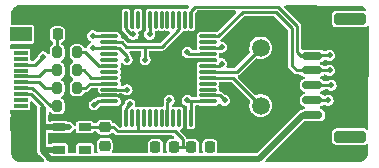
<source format=gtl>
%TF.GenerationSoftware,KiCad,Pcbnew,(6.0.1)*%
%TF.CreationDate,2022-01-24T11:38:00+08:00*%
%TF.ProjectId,ST-Link_v2-1,53542d4c-696e-46b5-9f76-322d312e6b69,rev?*%
%TF.SameCoordinates,Original*%
%TF.FileFunction,Copper,L1,Top*%
%TF.FilePolarity,Positive*%
%FSLAX46Y46*%
G04 Gerber Fmt 4.6, Leading zero omitted, Abs format (unit mm)*
G04 Created by KiCad (PCBNEW (6.0.1)) date 2022-01-24 11:38:00*
%MOMM*%
%LPD*%
G01*
G04 APERTURE LIST*
G04 Aperture macros list*
%AMRoundRect*
0 Rectangle with rounded corners*
0 $1 Rounding radius*
0 $2 $3 $4 $5 $6 $7 $8 $9 X,Y pos of 4 corners*
0 Add a 4 corners polygon primitive as box body*
4,1,4,$2,$3,$4,$5,$6,$7,$8,$9,$2,$3,0*
0 Add four circle primitives for the rounded corners*
1,1,$1+$1,$2,$3*
1,1,$1+$1,$4,$5*
1,1,$1+$1,$6,$7*
1,1,$1+$1,$8,$9*
0 Add four rect primitives between the rounded corners*
20,1,$1+$1,$2,$3,$4,$5,0*
20,1,$1+$1,$4,$5,$6,$7,0*
20,1,$1+$1,$6,$7,$8,$9,0*
20,1,$1+$1,$8,$9,$2,$3,0*%
G04 Aperture macros list end*
%TA.AperFunction,SMDPad,CuDef*%
%ADD10RoundRect,0.218750X0.218750X0.256250X-0.218750X0.256250X-0.218750X-0.256250X0.218750X-0.256250X0*%
%TD*%
%TA.AperFunction,SMDPad,CuDef*%
%ADD11RoundRect,0.075000X0.662500X0.075000X-0.662500X0.075000X-0.662500X-0.075000X0.662500X-0.075000X0*%
%TD*%
%TA.AperFunction,SMDPad,CuDef*%
%ADD12RoundRect,0.075000X0.075000X0.662500X-0.075000X0.662500X-0.075000X-0.662500X0.075000X-0.662500X0*%
%TD*%
%TA.AperFunction,SMDPad,CuDef*%
%ADD13RoundRect,0.218750X0.256250X-0.218750X0.256250X0.218750X-0.256250X0.218750X-0.256250X-0.218750X0*%
%TD*%
%TA.AperFunction,SMDPad,CuDef*%
%ADD14RoundRect,0.150000X0.700000X-0.150000X0.700000X0.150000X-0.700000X0.150000X-0.700000X-0.150000X0*%
%TD*%
%TA.AperFunction,SMDPad,CuDef*%
%ADD15RoundRect,0.250000X1.100000X-0.250000X1.100000X0.250000X-1.100000X0.250000X-1.100000X-0.250000X0*%
%TD*%
%TA.AperFunction,SMDPad,CuDef*%
%ADD16RoundRect,0.218750X-0.218750X-0.256250X0.218750X-0.256250X0.218750X0.256250X-0.218750X0.256250X0*%
%TD*%
%TA.AperFunction,SMDPad,CuDef*%
%ADD17RoundRect,0.200000X-0.200000X-0.275000X0.200000X-0.275000X0.200000X0.275000X-0.200000X0.275000X0*%
%TD*%
%TA.AperFunction,SMDPad,CuDef*%
%ADD18RoundRect,0.200000X0.200000X0.275000X-0.200000X0.275000X-0.200000X-0.275000X0.200000X-0.275000X0*%
%TD*%
%TA.AperFunction,ComponentPad*%
%ADD19C,1.500000*%
%TD*%
%TA.AperFunction,SMDPad,CuDef*%
%ADD20R,1.850000X0.300000*%
%TD*%
%TA.AperFunction,SMDPad,CuDef*%
%ADD21R,1.250000X0.300000*%
%TD*%
%TA.AperFunction,SMDPad,CuDef*%
%ADD22R,1.850000X1.180000*%
%TD*%
%TA.AperFunction,SMDPad,CuDef*%
%ADD23R,1.060000X0.650000*%
%TD*%
%TA.AperFunction,ViaPad*%
%ADD24C,0.508000*%
%TD*%
%TA.AperFunction,Conductor*%
%ADD25C,0.254000*%
%TD*%
%TA.AperFunction,Conductor*%
%ADD26C,0.508000*%
%TD*%
G04 APERTURE END LIST*
D10*
%TO.P,ST,1,K*%
%TO.N,GND*%
X145821500Y-103378000D03*
%TO.P,ST,2,A*%
%TO.N,Net-(D5-Pad2)*%
X144246500Y-103378000D03*
%TD*%
D11*
%TO.P,U1,1,VBAT*%
%TO.N,+3V3*%
X156943500Y-109049000D03*
%TO.P,U1,2,PC13*%
%TO.N,Net-(R9-Pad1)*%
X156943500Y-108549000D03*
%TO.P,U1,3,PC14*%
%TO.N,unconnected-(U1-Pad3)*%
X156943500Y-108049000D03*
%TO.P,U1,4,PC15*%
%TO.N,unconnected-(U1-Pad4)*%
X156943500Y-107549000D03*
%TO.P,U1,5,PD0*%
%TO.N,Net-(C2-Pad1)*%
X156943500Y-107049000D03*
%TO.P,U1,6,PD1*%
%TO.N,Net-(C3-Pad1)*%
X156943500Y-106549000D03*
%TO.P,U1,7,NRST*%
%TO.N,/NRST*%
X156943500Y-106049000D03*
%TO.P,U1,8,VSSA*%
%TO.N,GND*%
X156943500Y-105549000D03*
%TO.P,U1,9,VDDA*%
%TO.N,+3V3*%
X156943500Y-105049000D03*
%TO.P,U1,10,PA0*%
%TO.N,Net-(R14-Pad1)*%
X156943500Y-104549000D03*
%TO.P,U1,11,PA1*%
%TO.N,unconnected-(U1-Pad11)*%
X156943500Y-104049000D03*
%TO.P,U1,12,PA2*%
%TO.N,/TXD*%
X156943500Y-103549000D03*
D12*
%TO.P,U1,13,PA3*%
%TO.N,/RXD*%
X155531000Y-102136500D03*
%TO.P,U1,14,PA4*%
%TO.N,unconnected-(U1-Pad14)*%
X155031000Y-102136500D03*
%TO.P,U1,15,PA5*%
%TO.N,/JTCK*%
X154531000Y-102136500D03*
%TO.P,U1,16,PA6*%
%TO.N,unconnected-(U1-Pad16)*%
X154031000Y-102136500D03*
%TO.P,U1,17,PA7*%
%TO.N,unconnected-(U1-Pad17)*%
X153531000Y-102136500D03*
%TO.P,U1,18,PB0*%
%TO.N,unconnected-(U1-Pad18)*%
X153031000Y-102136500D03*
%TO.P,U1,19,PB1*%
%TO.N,unconnected-(U1-Pad19)*%
X152531000Y-102136500D03*
%TO.P,U1,20,PB2/BOOT1*%
%TO.N,Net-(R7-Pad1)*%
X152031000Y-102136500D03*
%TO.P,U1,21,PB10*%
%TO.N,GND*%
X151531000Y-102136500D03*
%TO.P,U1,22,PB11*%
%TO.N,unconnected-(U1-Pad22)*%
X151031000Y-102136500D03*
%TO.P,U1,23,VSS*%
%TO.N,GND*%
X150531000Y-102136500D03*
%TO.P,U1,24,VDD*%
%TO.N,+3V3*%
X150031000Y-102136500D03*
D11*
%TO.P,U1,25,PB12*%
%TO.N,Net-(R2-Pad1)*%
X148618500Y-103549000D03*
%TO.P,U1,26,PB13*%
%TO.N,/JTCK*%
X148618500Y-104049000D03*
%TO.P,U1,27,PB14*%
%TO.N,/JTMS*%
X148618500Y-104549000D03*
%TO.P,U1,28,PB15*%
%TO.N,unconnected-(U1-Pad28)*%
X148618500Y-105049000D03*
%TO.P,U1,29,PA8*%
%TO.N,unconnected-(U1-Pad29)*%
X148618500Y-105549000D03*
%TO.P,U1,30,PA9*%
%TO.N,/LED_STLINK*%
X148618500Y-106049000D03*
%TO.P,U1,31,PA10*%
%TO.N,unconnected-(U1-Pad31)*%
X148618500Y-106549000D03*
%TO.P,U1,32,PA11*%
%TO.N,/D-*%
X148618500Y-107049000D03*
%TO.P,U1,33,PA12*%
%TO.N,/D+*%
X148618500Y-107549000D03*
%TO.P,U1,34,PA13*%
%TO.N,/ST_SWDIO*%
X148618500Y-108049000D03*
%TO.P,U1,35,VSS*%
%TO.N,GND*%
X148618500Y-108549000D03*
%TO.P,U1,36,VDD*%
%TO.N,+3V3*%
X148618500Y-109049000D03*
D12*
%TO.P,U1,37,PA14*%
%TO.N,/ST_SWCLK*%
X150031000Y-110461500D03*
%TO.P,U1,38,PA15*%
%TO.N,unconnected-(U1-Pad38)*%
X150531000Y-110461500D03*
%TO.P,U1,39,PB3*%
%TO.N,+3V3*%
X151031000Y-110461500D03*
%TO.P,U1,40,PB4*%
%TO.N,unconnected-(U1-Pad40)*%
X151531000Y-110461500D03*
%TO.P,U1,41,PB5*%
%TO.N,unconnected-(U1-Pad41)*%
X152031000Y-110461500D03*
%TO.P,U1,42,PB6*%
%TO.N,unconnected-(U1-Pad42)*%
X152531000Y-110461500D03*
%TO.P,U1,43,PB7*%
%TO.N,unconnected-(U1-Pad43)*%
X153031000Y-110461500D03*
%TO.P,U1,44,BOOT0*%
%TO.N,Net-(R6-Pad1)*%
X153531000Y-110461500D03*
%TO.P,U1,45,PB8*%
%TO.N,unconnected-(U1-Pad45)*%
X154031000Y-110461500D03*
%TO.P,U1,46,PB9*%
%TO.N,unconnected-(U1-Pad46)*%
X154531000Y-110461500D03*
%TO.P,U1,47,VSS*%
%TO.N,GND*%
X155031000Y-110461500D03*
%TO.P,U1,48,VDD*%
%TO.N,+3V3*%
X155531000Y-110461500D03*
%TD*%
D10*
%TO.P,Rx,1,K*%
%TO.N,Net-(D3-Pad1)*%
X157124500Y-112903000D03*
%TO.P,Rx,2,A*%
%TO.N,+3V3*%
X155549500Y-112903000D03*
%TD*%
D13*
%TO.P,3.3,1,K*%
%TO.N,Net-(D1-Pad1)*%
X148209000Y-112801500D03*
%TO.P,3.3,2,A*%
%TO.N,+3V3*%
X148209000Y-111226500D03*
%TD*%
D14*
%TO.P,J1,1,Pin_1*%
%TO.N,+5V*%
X165790000Y-110186000D03*
%TO.P,J1,2,Pin_2*%
%TO.N,/JTCK*%
X165790000Y-108936000D03*
%TO.P,J1,3,Pin_3*%
%TO.N,/JTMS*%
X165790000Y-107686000D03*
%TO.P,J1,4,Pin_4*%
%TO.N,/TXD*%
X165790000Y-106436000D03*
%TO.P,J1,5,Pin_5*%
%TO.N,/RXD*%
X165790000Y-105186000D03*
%TO.P,J1,6,Pin_6*%
%TO.N,GND*%
X165790000Y-103936000D03*
D15*
%TO.P,J1,MP*%
%TO.N,N/C*%
X168990000Y-102086000D03*
X168990000Y-112036000D03*
%TD*%
D16*
%TO.P,Tx,2,A*%
%TO.N,+3V3*%
X154076500Y-112903000D03*
%TO.P,Tx,1,K*%
%TO.N,Net-(D2-Pad1)*%
X152501500Y-112903000D03*
%TD*%
D17*
%TO.P,R11,1*%
%TO.N,Net-(D5-Pad2)*%
X144209000Y-104902000D03*
%TO.P,R11,2*%
%TO.N,/LED_STLINK*%
X145859000Y-104902000D03*
%TD*%
D18*
%TO.P,R17,1*%
%TO.N,/D-*%
X145859000Y-106426000D03*
%TO.P,R17,2*%
%TO.N,Net-(P1-PadA7)*%
X144209000Y-106426000D03*
%TD*%
D19*
%TO.P,Y1,1,1*%
%TO.N,Net-(C3-Pad1)*%
X161417000Y-104521000D03*
%TO.P,Y1,2,2*%
%TO.N,Net-(C2-Pad1)*%
X161417000Y-109401000D03*
%TD*%
D17*
%TO.P,R22,1*%
%TO.N,Net-(P1-PadA5)*%
X144209000Y-109474000D03*
%TO.P,R22,2*%
%TO.N,GND*%
X145859000Y-109474000D03*
%TD*%
D18*
%TO.P,R18,1*%
%TO.N,/D+*%
X145859000Y-107950000D03*
%TO.P,R18,2*%
%TO.N,Net-(P1-PadA6)*%
X144209000Y-107950000D03*
%TD*%
D20*
%TO.P,P1,A1,GND*%
%TO.N,GND*%
X141097000Y-109938000D03*
D21*
%TO.P,P1,A2*%
%TO.N,N/C*%
X141097000Y-109438000D03*
%TO.P,P1,A3*%
X141097000Y-108938000D03*
%TO.P,P1,A4,VBUS*%
%TO.N,+5V*%
X141097000Y-108438000D03*
%TO.P,P1,A5,CC*%
%TO.N,Net-(P1-PadA5)*%
X141097000Y-107938000D03*
%TO.P,P1,A6,D+*%
%TO.N,Net-(P1-PadA6)*%
X141097000Y-107438000D03*
%TO.P,P1,A7,D-*%
%TO.N,Net-(P1-PadA7)*%
X141097000Y-106938000D03*
%TO.P,P1,A8*%
%TO.N,N/C*%
X141097000Y-106438000D03*
%TO.P,P1,A9,VBUS*%
%TO.N,+5V*%
X141097000Y-105938000D03*
%TO.P,P1,A10*%
%TO.N,N/C*%
X141097000Y-105438000D03*
%TO.P,P1,A11*%
X141097000Y-104938000D03*
D20*
%TO.P,P1,A12,GND*%
%TO.N,GND*%
X141097000Y-104438000D03*
D22*
%TO.P,P1,S1,SHIELD*%
X141097000Y-110998000D03*
%TO.P,P1,S2*%
%TO.N,N/C*%
X141097000Y-103378000D03*
%TD*%
D23*
%TO.P,U2,1,IN*%
%TO.N,+5V*%
X144339000Y-111226500D03*
%TO.P,U2,2,GND*%
%TO.N,GND*%
X144339000Y-112176500D03*
%TO.P,U2,3,EN*%
%TO.N,+5V*%
X144339000Y-113126500D03*
%TO.P,U2,4,NC*%
%TO.N,unconnected-(U2-Pad4)*%
X146539000Y-113126500D03*
%TO.P,U2,5,OUT*%
%TO.N,+3V3*%
X146539000Y-111226500D03*
%TD*%
D24*
%TO.N,GND*%
X160020000Y-112903000D03*
X167132000Y-112903000D03*
X165100000Y-112903000D03*
X165100000Y-101600000D03*
X162560000Y-105410000D03*
%TO.N,Net-(D2-Pad1)*%
X152527000Y-112903000D03*
%TO.N,Net-(D3-Pad1)*%
X157099000Y-112903000D03*
%TO.N,GND*%
X155194000Y-107442000D03*
X153670000Y-107442000D03*
%TO.N,/NRST*%
X158115000Y-105855000D03*
%TO.N,GND*%
X170180000Y-109220000D03*
X140970000Y-113030000D03*
X170180000Y-106680000D03*
X162560000Y-107950000D03*
X142240000Y-101600000D03*
X162560000Y-102870000D03*
X144272000Y-112141000D03*
X147320000Y-101600000D03*
X167640000Y-104140000D03*
X170180000Y-104140000D03*
X144780000Y-101600000D03*
X156337000Y-101600000D03*
X153670000Y-104648000D03*
%TO.N,+3V3*%
X155194000Y-104902000D03*
X150622000Y-103378000D03*
X147320000Y-109347000D03*
X155194000Y-108966000D03*
X146558000Y-111252000D03*
%TO.N,+5V*%
X145161000Y-111252000D03*
X143002000Y-105283000D03*
X143002000Y-110109000D03*
%TO.N,Net-(D1-Pad1)*%
X148209000Y-112776000D03*
%TO.N,/RXD*%
X167259000Y-105156000D03*
%TO.N,/TXD*%
X167259000Y-106426000D03*
%TO.N,/JTMS*%
X150114000Y-105537000D03*
X167386000Y-107696000D03*
X147193000Y-104521000D03*
%TO.N,/JTCK*%
X151638000Y-105537000D03*
X167132000Y-108966000D03*
%TO.N,Net-(R2-Pad1)*%
X147193000Y-103505000D03*
%TO.N,Net-(R6-Pad1)*%
X153670000Y-108966000D03*
%TO.N,Net-(R7-Pad1)*%
X152019000Y-103378000D03*
%TO.N,Net-(R9-Pad1)*%
X158369000Y-108966000D03*
%TO.N,Net-(R14-Pad1)*%
X158115000Y-104457000D03*
%TO.N,/D+*%
X145859000Y-107823000D03*
%TO.N,/ST_SWCLK*%
X150355193Y-109281221D03*
%TO.N,/ST_SWDIO*%
X150114000Y-108077000D03*
%TD*%
D25*
%TO.N,/RXD*%
X162874441Y-101020481D02*
X164536520Y-102682560D01*
X159705551Y-101020489D02*
X159705561Y-101020480D01*
X164536520Y-104846520D02*
X164876000Y-105186000D01*
X155900511Y-101020489D02*
X159705551Y-101020489D01*
X164876000Y-105186000D02*
X165790000Y-105186000D01*
X155531000Y-101390000D02*
X155900511Y-101020489D01*
X159705561Y-101020480D02*
X162874441Y-101020481D01*
X155531000Y-102136500D02*
X155531000Y-101390000D01*
X164536520Y-102682560D02*
X164536520Y-104846520D01*
%TO.N,/TXD*%
X164084000Y-102870000D02*
X164084000Y-106045000D01*
X162687000Y-101473000D02*
X164084000Y-102870000D01*
X164084000Y-106045000D02*
X164465000Y-106426000D01*
X159893000Y-101473000D02*
X162687000Y-101473000D01*
X165780000Y-106426000D02*
X165790000Y-106436000D01*
X157817000Y-103549000D02*
X159893000Y-101473000D01*
X156943500Y-103549000D02*
X157817000Y-103549000D01*
X164465000Y-106426000D02*
X165780000Y-106426000D01*
D26*
%TO.N,+5V*%
X165023000Y-110186000D02*
X165790000Y-110186000D01*
X161304989Y-113904011D02*
X165023000Y-110186000D01*
X142976500Y-113258500D02*
X143622011Y-113904011D01*
X143622011Y-113904011D02*
X161304989Y-113904011D01*
D25*
%TO.N,Net-(R9-Pad1)*%
X157952000Y-108549000D02*
X156943500Y-108549000D01*
X158369000Y-108966000D02*
X157952000Y-108549000D01*
%TO.N,Net-(R6-Pad1)*%
X153531000Y-109105000D02*
X153531000Y-110461500D01*
X153670000Y-108966000D02*
X153531000Y-109105000D01*
%TO.N,+3V3*%
X155277000Y-109049000D02*
X155531000Y-109049000D01*
X155194000Y-108966000D02*
X155277000Y-109049000D01*
%TO.N,/NRST*%
X157921000Y-106049000D02*
X158115000Y-105855000D01*
X156943500Y-106049000D02*
X157921000Y-106049000D01*
%TO.N,Net-(C2-Pad1)*%
X161417000Y-109401000D02*
X159065000Y-107049000D01*
X159065000Y-107049000D02*
X156943500Y-107049000D01*
%TO.N,Net-(C3-Pad1)*%
X159389000Y-106549000D02*
X161417000Y-104521000D01*
X156943500Y-106549000D02*
X159389000Y-106549000D01*
%TO.N,+3V3*%
X154813000Y-112903000D02*
X155531000Y-112903000D01*
X149313480Y-111594480D02*
X151091480Y-111594480D01*
X150622000Y-103378000D02*
X150468580Y-103378000D01*
X147618000Y-109049000D02*
X147320000Y-109347000D01*
X155531000Y-110461500D02*
X155531000Y-109049000D01*
X148945500Y-111226500D02*
X149313480Y-111594480D01*
X148618500Y-109049000D02*
X147618000Y-109049000D01*
X154076500Y-112903000D02*
X154813000Y-112903000D01*
X156943500Y-105049000D02*
X155341000Y-105049000D01*
X151091480Y-111594480D02*
X154139480Y-111594480D01*
X150468580Y-103378000D02*
X150031000Y-102940420D01*
X155341000Y-105049000D02*
X155194000Y-104902000D01*
X146558000Y-111252000D02*
X148183500Y-111252000D01*
X156943500Y-109049000D02*
X155531000Y-109049000D01*
X154813000Y-112268000D02*
X154813000Y-112903000D01*
X154139480Y-111594480D02*
X154813000Y-112268000D01*
X148183500Y-111252000D02*
X148209000Y-111226500D01*
X151031000Y-110461500D02*
X151031000Y-111534000D01*
X151031000Y-111534000D02*
X151091480Y-111594480D01*
X148209000Y-111226500D02*
X148945500Y-111226500D01*
X150031000Y-102940420D02*
X150031000Y-102136500D01*
D26*
%TO.N,+5V*%
X144339000Y-113126500D02*
X143108500Y-113126500D01*
D25*
X141961040Y-108438000D02*
X142976500Y-109453460D01*
D26*
X142976500Y-111226500D02*
X142976500Y-109633066D01*
D25*
X142347000Y-105938000D02*
X143002000Y-105283000D01*
D26*
X142976500Y-111226500D02*
X142976500Y-113258500D01*
D25*
X142976500Y-109453460D02*
X142976500Y-109633066D01*
X141097000Y-105938000D02*
X142347000Y-105938000D01*
D26*
X144339000Y-111226500D02*
X145135500Y-111226500D01*
X145135500Y-111226500D02*
X145161000Y-111252000D01*
D25*
X141097000Y-108438000D02*
X141961040Y-108438000D01*
D26*
X142976500Y-111226500D02*
X144339000Y-111226500D01*
D25*
X143108500Y-113126500D02*
X142976500Y-113258500D01*
%TO.N,Net-(D5-Pad2)*%
X144209000Y-104902000D02*
X144209000Y-103415500D01*
X144209000Y-103415500D02*
X144246500Y-103378000D01*
%TO.N,/RXD*%
X165820000Y-105156000D02*
X165790000Y-105186000D01*
X167259000Y-105156000D02*
X165820000Y-105156000D01*
%TO.N,/TXD*%
X165800000Y-106426000D02*
X165790000Y-106436000D01*
X167259000Y-106426000D02*
X165800000Y-106426000D01*
%TO.N,/JTMS*%
X167386000Y-107696000D02*
X167376000Y-107686000D01*
X147193000Y-104521000D02*
X147221000Y-104549000D01*
X150114000Y-105240580D02*
X149422420Y-104549000D01*
X149422420Y-104549000D02*
X148618500Y-104549000D01*
X150114000Y-105537000D02*
X150114000Y-105240580D01*
X147221000Y-104549000D02*
X148618500Y-104549000D01*
X167376000Y-107686000D02*
X165790000Y-107686000D01*
%TO.N,/JTCK*%
X154531000Y-102940420D02*
X153046071Y-104425349D01*
X151638000Y-105537000D02*
X151638000Y-104456698D01*
X153046071Y-104425349D02*
X151669349Y-104425349D01*
X154531000Y-102136500D02*
X154531000Y-102940420D01*
X149646960Y-104049000D02*
X150023308Y-104425349D01*
X148618500Y-104049000D02*
X149646960Y-104049000D01*
X151638000Y-104456698D02*
X151669349Y-104425349D01*
X167102000Y-108936000D02*
X167132000Y-108966000D01*
X165790000Y-108936000D02*
X167102000Y-108936000D01*
X151669349Y-104425349D02*
X150902188Y-104425349D01*
X150023308Y-104425349D02*
X150902188Y-104425349D01*
%TO.N,Net-(P1-PadA7)*%
X141097000Y-106938000D02*
X142617000Y-106938000D01*
X142617000Y-106938000D02*
X143129000Y-106426000D01*
X143129000Y-106426000D02*
X144209000Y-106426000D01*
%TO.N,Net-(P1-PadA6)*%
X144209000Y-107950000D02*
X143129000Y-107950000D01*
X143129000Y-107950000D02*
X142617000Y-107438000D01*
X142617000Y-107438000D02*
X141097000Y-107438000D01*
%TO.N,Net-(P1-PadA5)*%
X142101000Y-107938000D02*
X143637000Y-109474000D01*
X141097000Y-107938000D02*
X142101000Y-107938000D01*
X143637000Y-109474000D02*
X144209000Y-109474000D01*
%TO.N,Net-(R2-Pad1)*%
X147193000Y-103505000D02*
X147237000Y-103549000D01*
X147237000Y-103549000D02*
X148618500Y-103549000D01*
%TO.N,Net-(R7-Pad1)*%
X152019000Y-103378000D02*
X152031000Y-103366000D01*
X152031000Y-103366000D02*
X152031000Y-102136500D01*
%TO.N,/LED_STLINK*%
X148618500Y-106049000D02*
X147705000Y-106049000D01*
X147705000Y-106049000D02*
X146558000Y-104902000D01*
X146558000Y-104902000D02*
X145859000Y-104902000D01*
%TO.N,Net-(R14-Pad1)*%
X156943500Y-104549000D02*
X158023000Y-104549000D01*
X158023000Y-104549000D02*
X158115000Y-104457000D01*
%TO.N,/D+*%
X146558000Y-107950000D02*
X146959000Y-107549000D01*
X146959000Y-107549000D02*
X148618500Y-107549000D01*
X145859000Y-107950000D02*
X146558000Y-107950000D01*
%TO.N,/D-*%
X147054000Y-107049000D02*
X146431000Y-106426000D01*
X146431000Y-106426000D02*
X145859000Y-106426000D01*
X148618500Y-107049000D02*
X147054000Y-107049000D01*
%TO.N,/ST_SWCLK*%
X150355193Y-109281221D02*
X150031000Y-109605414D01*
X150031000Y-109605414D02*
X150031000Y-110461500D01*
%TO.N,/ST_SWDIO*%
X150086000Y-108049000D02*
X148618500Y-108049000D01*
X150114000Y-108077000D02*
X150086000Y-108049000D01*
%TD*%
%TA.AperFunction,Conductor*%
%TO.N,GND*%
G36*
X142084647Y-109046737D02*
G01*
X142131826Y-109076466D01*
X142488443Y-109433083D01*
X142522469Y-109495395D01*
X142520112Y-109546227D01*
X142522868Y-109546764D01*
X142521495Y-109553807D01*
X142519329Y-109560657D01*
X142518800Y-109567378D01*
X142518800Y-111159624D01*
X142517433Y-111171579D01*
X142517923Y-111171618D01*
X142517184Y-111181007D01*
X142515057Y-111190184D01*
X142515722Y-111199580D01*
X142515722Y-111199583D01*
X142518485Y-111238602D01*
X142518800Y-111247501D01*
X142518800Y-113223852D01*
X142517927Y-113238662D01*
X142513858Y-113273040D01*
X142515550Y-113282304D01*
X142515550Y-113282307D01*
X142524575Y-113331724D01*
X142525225Y-113335626D01*
X142534092Y-113394602D01*
X142537267Y-113401214D01*
X142538585Y-113408431D01*
X142542927Y-113416789D01*
X142542927Y-113416790D01*
X142566085Y-113461371D01*
X142567854Y-113464912D01*
X142582419Y-113495243D01*
X142593669Y-113518672D01*
X142598575Y-113523979D01*
X142598717Y-113524189D01*
X142602030Y-113530568D01*
X142606409Y-113535694D01*
X142644270Y-113573555D01*
X142647699Y-113577121D01*
X142680701Y-113612823D01*
X142680704Y-113612825D01*
X142687094Y-113619738D01*
X142693531Y-113623477D01*
X142699868Y-113629153D01*
X143079420Y-114008705D01*
X143113446Y-114071017D01*
X143108381Y-114141832D01*
X143065834Y-114198668D01*
X142999314Y-114223479D01*
X142990325Y-114223800D01*
X141261391Y-114223800D01*
X141243449Y-114221763D01*
X141238192Y-114221754D01*
X141224364Y-114218574D01*
X141210523Y-114221706D01*
X141206564Y-114221699D01*
X141195308Y-114221175D01*
X141120871Y-114214366D01*
X141064966Y-114209252D01*
X141042390Y-114205087D01*
X140899729Y-114165040D01*
X140878284Y-114156848D01*
X140745260Y-114091583D01*
X140725657Y-114079636D01*
X140632183Y-114010249D01*
X140606676Y-113991314D01*
X140589569Y-113976011D01*
X140488588Y-113867569D01*
X140474545Y-113849421D01*
X140394917Y-113724459D01*
X140384395Y-113704057D01*
X140350238Y-113619738D01*
X140328760Y-113566719D01*
X140322116Y-113544747D01*
X140295667Y-113415885D01*
X140293849Y-113404323D01*
X140293615Y-113402192D01*
X140295241Y-113388091D01*
X140291325Y-113376798D01*
X140291108Y-113372983D01*
X140276993Y-109910947D01*
X140296717Y-109842745D01*
X140350183Y-109796034D01*
X140420415Y-109785643D01*
X140427577Y-109786854D01*
X140451936Y-109791700D01*
X141742064Y-109791700D01*
X141801480Y-109779881D01*
X141834839Y-109757592D01*
X141858545Y-109741752D01*
X141868860Y-109734860D01*
X141898094Y-109691107D01*
X141906987Y-109677798D01*
X141906987Y-109677797D01*
X141913881Y-109667480D01*
X141925700Y-109608064D01*
X141925700Y-109267936D01*
X141914689Y-109212582D01*
X141914689Y-109163421D01*
X141919152Y-109140982D01*
X141952058Y-109078072D01*
X142013752Y-109042939D01*
X142084647Y-109046737D01*
G37*
%TD.AperFunction*%
%TA.AperFunction,Conductor*%
G36*
X168807601Y-100935908D02*
G01*
X169634551Y-100937252D01*
X169652906Y-100939350D01*
X169657808Y-100939359D01*
X169671636Y-100942538D01*
X169685473Y-100939407D01*
X169690770Y-100939416D01*
X169701518Y-100939894D01*
X169824218Y-100950630D01*
X169845838Y-100954442D01*
X169982783Y-100991136D01*
X170003422Y-100998648D01*
X170131910Y-101058563D01*
X170150930Y-101069545D01*
X170267065Y-101150863D01*
X170283890Y-101164981D01*
X170293258Y-101174349D01*
X170327284Y-101236661D01*
X170322219Y-101307476D01*
X170279672Y-101364312D01*
X170213152Y-101389123D01*
X170180023Y-101386723D01*
X170175975Y-101385302D01*
X170144217Y-101382300D01*
X168990779Y-101382300D01*
X167835784Y-101382301D01*
X167832836Y-101382580D01*
X167832827Y-101382580D01*
X167811675Y-101384579D01*
X167811674Y-101384579D01*
X167804025Y-101385302D01*
X167796779Y-101387847D01*
X167796777Y-101387847D01*
X167752772Y-101403301D01*
X167675302Y-101430506D01*
X167667732Y-101436098D01*
X167667729Y-101436099D01*
X167628077Y-101465387D01*
X167565562Y-101511562D01*
X167559970Y-101519133D01*
X167490099Y-101613729D01*
X167490098Y-101613732D01*
X167484506Y-101621302D01*
X167439302Y-101750025D01*
X167436300Y-101781783D01*
X167436301Y-102390216D01*
X167439302Y-102421975D01*
X167441847Y-102429221D01*
X167441847Y-102429223D01*
X167445109Y-102438512D01*
X167484506Y-102550698D01*
X167490098Y-102558268D01*
X167490099Y-102558271D01*
X167532913Y-102616235D01*
X167565562Y-102660438D01*
X167573133Y-102666030D01*
X167667729Y-102735901D01*
X167667732Y-102735902D01*
X167675302Y-102741494D01*
X167804025Y-102786698D01*
X167811671Y-102787421D01*
X167811672Y-102787421D01*
X167818217Y-102788040D01*
X167835783Y-102789700D01*
X168989221Y-102789700D01*
X170144216Y-102789699D01*
X170147164Y-102789420D01*
X170147173Y-102789420D01*
X170168325Y-102787421D01*
X170168326Y-102787421D01*
X170175975Y-102786698D01*
X170183221Y-102784153D01*
X170183223Y-102784153D01*
X170246678Y-102761869D01*
X170304698Y-102741494D01*
X170404615Y-102667693D01*
X170471295Y-102643310D01*
X170540570Y-102658847D01*
X170590449Y-102709370D01*
X170605473Y-102769934D01*
X170545255Y-111273546D01*
X170545003Y-111309184D01*
X170524519Y-111377162D01*
X170470535Y-111423273D01*
X170400192Y-111432879D01*
X170344146Y-111409643D01*
X170312271Y-111386099D01*
X170312268Y-111386098D01*
X170304698Y-111380506D01*
X170175975Y-111335302D01*
X170168329Y-111334579D01*
X170168328Y-111334579D01*
X170161783Y-111333960D01*
X170144217Y-111332300D01*
X168990779Y-111332300D01*
X167835784Y-111332301D01*
X167832836Y-111332580D01*
X167832827Y-111332580D01*
X167811675Y-111334579D01*
X167811674Y-111334579D01*
X167804025Y-111335302D01*
X167796779Y-111337847D01*
X167796777Y-111337847D01*
X167763791Y-111349431D01*
X167675302Y-111380506D01*
X167667732Y-111386098D01*
X167667729Y-111386099D01*
X167604395Y-111432879D01*
X167565562Y-111461562D01*
X167559970Y-111469133D01*
X167490099Y-111563729D01*
X167490098Y-111563732D01*
X167484506Y-111571302D01*
X167439302Y-111700025D01*
X167438579Y-111707671D01*
X167438579Y-111707672D01*
X167438394Y-111709634D01*
X167436300Y-111731783D01*
X167436301Y-112340216D01*
X167439302Y-112371975D01*
X167441847Y-112379221D01*
X167441847Y-112379223D01*
X167445047Y-112388334D01*
X167484506Y-112500698D01*
X167490098Y-112508268D01*
X167490099Y-112508271D01*
X167524212Y-112554455D01*
X167565562Y-112610438D01*
X167573133Y-112616030D01*
X167667729Y-112685901D01*
X167667732Y-112685902D01*
X167675302Y-112691494D01*
X167804025Y-112736698D01*
X167811671Y-112737421D01*
X167811672Y-112737421D01*
X167818217Y-112738040D01*
X167835783Y-112739700D01*
X168989221Y-112739700D01*
X170144216Y-112739699D01*
X170147164Y-112739420D01*
X170147173Y-112739420D01*
X170168325Y-112737421D01*
X170168326Y-112737421D01*
X170175975Y-112736698D01*
X170183221Y-112734153D01*
X170183223Y-112734153D01*
X170227228Y-112718699D01*
X170304698Y-112691494D01*
X170312268Y-112685903D01*
X170312275Y-112685899D01*
X170333786Y-112670010D01*
X170400464Y-112645627D01*
X170469740Y-112661164D01*
X170519618Y-112711687D01*
X170534642Y-112772253D01*
X170531285Y-113246348D01*
X170528984Y-113266000D01*
X170528977Y-113269806D01*
X170525797Y-113283636D01*
X170528929Y-113297477D01*
X170528920Y-113302768D01*
X170528441Y-113313519D01*
X170521319Y-113394912D01*
X170517706Y-113436210D01*
X170513893Y-113457838D01*
X170477199Y-113594783D01*
X170469687Y-113615422D01*
X170409772Y-113743910D01*
X170398790Y-113762930D01*
X170317472Y-113879065D01*
X170303354Y-113895890D01*
X170203113Y-113996131D01*
X170186288Y-114010249D01*
X170070153Y-114091567D01*
X170051133Y-114102549D01*
X169922645Y-114162464D01*
X169902006Y-114169976D01*
X169765061Y-114206670D01*
X169743432Y-114210483D01*
X169650958Y-114218574D01*
X169621231Y-114221175D01*
X169620019Y-114221281D01*
X169608814Y-114221761D01*
X169605418Y-114221755D01*
X169591587Y-114218574D01*
X169577746Y-114221706D01*
X169573228Y-114221698D01*
X169554414Y-114223800D01*
X161936675Y-114223800D01*
X161868554Y-114203798D01*
X161822061Y-114150142D01*
X161811957Y-114079868D01*
X161841451Y-114015288D01*
X161847580Y-114008705D01*
X165129680Y-110726605D01*
X165191992Y-110692579D01*
X165218775Y-110689700D01*
X166413416Y-110689699D01*
X166523526Y-110689699D01*
X166528084Y-110689028D01*
X166528086Y-110689028D01*
X166583356Y-110680893D01*
X166593045Y-110679467D01*
X166698744Y-110627571D01*
X166781934Y-110544235D01*
X166833646Y-110438445D01*
X166843700Y-110369527D01*
X166843699Y-110002474D01*
X166833467Y-109932955D01*
X166781571Y-109827256D01*
X166698235Y-109744066D01*
X166592445Y-109692354D01*
X166582768Y-109690942D01*
X166582767Y-109690942D01*
X166562743Y-109688021D01*
X166546591Y-109685665D01*
X166482071Y-109656040D01*
X166443810Y-109596235D01*
X166443956Y-109525239D01*
X166482462Y-109465591D01*
X166546431Y-109436328D01*
X166583357Y-109430893D01*
X166583358Y-109430893D01*
X166593045Y-109429467D01*
X166698744Y-109377571D01*
X166715771Y-109360514D01*
X166778053Y-109326434D01*
X166848874Y-109331437D01*
X166874764Y-109344644D01*
X166925455Y-109378387D01*
X166932929Y-109383362D01*
X166993469Y-109402276D01*
X167049501Y-109419782D01*
X167049502Y-109419782D01*
X167058070Y-109422459D01*
X167122505Y-109423640D01*
X167180178Y-109424697D01*
X167180181Y-109424697D01*
X167189154Y-109424861D01*
X167230547Y-109413576D01*
X167306982Y-109392738D01*
X167306985Y-109392737D01*
X167315644Y-109390376D01*
X167323296Y-109385678D01*
X167419719Y-109326475D01*
X167419722Y-109326472D01*
X167427371Y-109321776D01*
X167453946Y-109292417D01*
X167503174Y-109238030D01*
X167515353Y-109224575D01*
X167521164Y-109212582D01*
X167568604Y-109114664D01*
X167568604Y-109114663D01*
X167572517Y-109106587D01*
X167594269Y-108977298D01*
X167594407Y-108966000D01*
X167583408Y-108889194D01*
X167577094Y-108845104D01*
X167577093Y-108845101D01*
X167575821Y-108836218D01*
X167570975Y-108825559D01*
X167525273Y-108725043D01*
X167525271Y-108725040D01*
X167521556Y-108716869D01*
X167435975Y-108617547D01*
X167385851Y-108585058D01*
X167333489Y-108551118D01*
X167333487Y-108551117D01*
X167325958Y-108546237D01*
X167200348Y-108508672D01*
X167191372Y-108508617D01*
X167191371Y-108508617D01*
X167136959Y-108508285D01*
X167069244Y-108507871D01*
X166943185Y-108543899D01*
X166917566Y-108560063D01*
X166908751Y-108565625D01*
X166840466Y-108585058D01*
X166772514Y-108564488D01*
X166752500Y-108548235D01*
X166705607Y-108501424D01*
X166705603Y-108501421D01*
X166698235Y-108494066D01*
X166686272Y-108488218D01*
X166636889Y-108464079D01*
X166592445Y-108442354D01*
X166582768Y-108440942D01*
X166582767Y-108440942D01*
X166567769Y-108438754D01*
X166546591Y-108435665D01*
X166482071Y-108406040D01*
X166443810Y-108346235D01*
X166443956Y-108275239D01*
X166482462Y-108215591D01*
X166546431Y-108186328D01*
X166583357Y-108180893D01*
X166583358Y-108180893D01*
X166593045Y-108179467D01*
X166698744Y-108127571D01*
X166744375Y-108081860D01*
X166772504Y-108053682D01*
X166834786Y-108019603D01*
X166861677Y-108016700D01*
X167004729Y-108016700D01*
X167072850Y-108036702D01*
X167077205Y-108040016D01*
X167077791Y-108040713D01*
X167080427Y-108042468D01*
X167080434Y-108042473D01*
X167125067Y-108072183D01*
X167186929Y-108113362D01*
X167247101Y-108132161D01*
X167303501Y-108149782D01*
X167303502Y-108149782D01*
X167312070Y-108152459D01*
X167376505Y-108153640D01*
X167434178Y-108154697D01*
X167434181Y-108154697D01*
X167443154Y-108154861D01*
X167484547Y-108143576D01*
X167560982Y-108122738D01*
X167560985Y-108122737D01*
X167569644Y-108120376D01*
X167577296Y-108115678D01*
X167673719Y-108056475D01*
X167673722Y-108056472D01*
X167681371Y-108051776D01*
X167695016Y-108036702D01*
X167763328Y-107961231D01*
X167769353Y-107954575D01*
X167778201Y-107936314D01*
X167822604Y-107844664D01*
X167822604Y-107844663D01*
X167826517Y-107836587D01*
X167848269Y-107707298D01*
X167848407Y-107696000D01*
X167837369Y-107618926D01*
X167831094Y-107575104D01*
X167831093Y-107575101D01*
X167829821Y-107566218D01*
X167800838Y-107502473D01*
X167779273Y-107455043D01*
X167779271Y-107455040D01*
X167775556Y-107446869D01*
X167689975Y-107347547D01*
X167671077Y-107335298D01*
X167587489Y-107281118D01*
X167587487Y-107281117D01*
X167579958Y-107276237D01*
X167454348Y-107238672D01*
X167445372Y-107238617D01*
X167445371Y-107238617D01*
X167390959Y-107238285D01*
X167323244Y-107237871D01*
X167197185Y-107273899D01*
X167134567Y-107313408D01*
X167098979Y-107335862D01*
X167031744Y-107355300D01*
X166861791Y-107355300D01*
X166793670Y-107335298D01*
X166772774Y-107318474D01*
X166705604Y-107251422D01*
X166698235Y-107244066D01*
X166592445Y-107192354D01*
X166582768Y-107190942D01*
X166582767Y-107190942D01*
X166562599Y-107188000D01*
X166546591Y-107185665D01*
X166482071Y-107156040D01*
X166443810Y-107096235D01*
X166443956Y-107025239D01*
X166482462Y-106965591D01*
X166546431Y-106936328D01*
X166583357Y-106930893D01*
X166583358Y-106930893D01*
X166593045Y-106929467D01*
X166698744Y-106877571D01*
X166781934Y-106794235D01*
X166784780Y-106797076D01*
X166824802Y-106765674D01*
X166871502Y-106756700D01*
X166891638Y-106756700D01*
X166961457Y-106777813D01*
X167059929Y-106843362D01*
X167145832Y-106870200D01*
X167176501Y-106879782D01*
X167176502Y-106879782D01*
X167185070Y-106882459D01*
X167249505Y-106883640D01*
X167307178Y-106884697D01*
X167307181Y-106884697D01*
X167316154Y-106884861D01*
X167390651Y-106864551D01*
X167433982Y-106852738D01*
X167433985Y-106852737D01*
X167442644Y-106850376D01*
X167454068Y-106843362D01*
X167546719Y-106786475D01*
X167546722Y-106786472D01*
X167554371Y-106781776D01*
X167562653Y-106772627D01*
X167629889Y-106698345D01*
X167642353Y-106684575D01*
X167647093Y-106674793D01*
X167695604Y-106574664D01*
X167695604Y-106574663D01*
X167699517Y-106566587D01*
X167721269Y-106437298D01*
X167721407Y-106426000D01*
X167712537Y-106364060D01*
X167704094Y-106305104D01*
X167704093Y-106305101D01*
X167702821Y-106296218D01*
X167697535Y-106284592D01*
X167652273Y-106185043D01*
X167652271Y-106185040D01*
X167648556Y-106176869D01*
X167574977Y-106091476D01*
X167568836Y-106084349D01*
X167562975Y-106077547D01*
X167490479Y-106030557D01*
X167460489Y-106011118D01*
X167460487Y-106011117D01*
X167452958Y-106006237D01*
X167327348Y-105968672D01*
X167318372Y-105968617D01*
X167318371Y-105968617D01*
X167263959Y-105968285D01*
X167196244Y-105967871D01*
X167070185Y-106003899D01*
X167062598Y-106008686D01*
X167062596Y-106008687D01*
X166983814Y-106058395D01*
X166959305Y-106073859D01*
X166957720Y-106071348D01*
X166906526Y-106094174D01*
X166889716Y-106095300D01*
X166851773Y-106095300D01*
X166783652Y-106075298D01*
X166762756Y-106058474D01*
X166741607Y-106037362D01*
X166698235Y-105994066D01*
X166592445Y-105942354D01*
X166582768Y-105940942D01*
X166582767Y-105940942D01*
X166567769Y-105938754D01*
X166546591Y-105935665D01*
X166482071Y-105906040D01*
X166443810Y-105846235D01*
X166443956Y-105775239D01*
X166482462Y-105715591D01*
X166546431Y-105686328D01*
X166583357Y-105680893D01*
X166583358Y-105680893D01*
X166593045Y-105679467D01*
X166698744Y-105627571D01*
X166760480Y-105565727D01*
X166774576Y-105551606D01*
X166781934Y-105544235D01*
X166784884Y-105538200D01*
X166839033Y-105495688D01*
X166885768Y-105486700D01*
X166891638Y-105486700D01*
X166961457Y-105507813D01*
X167059929Y-105573362D01*
X167138393Y-105597876D01*
X167176501Y-105609782D01*
X167176502Y-105609782D01*
X167185070Y-105612459D01*
X167249505Y-105613640D01*
X167307178Y-105614697D01*
X167307181Y-105614697D01*
X167316154Y-105614861D01*
X167366526Y-105601128D01*
X167433982Y-105582738D01*
X167433985Y-105582737D01*
X167442644Y-105580376D01*
X167458900Y-105570395D01*
X167546719Y-105516475D01*
X167546722Y-105516472D01*
X167554371Y-105511776D01*
X167562443Y-105502859D01*
X167616408Y-105443239D01*
X167642353Y-105414575D01*
X167648107Y-105402700D01*
X167695604Y-105304664D01*
X167695604Y-105304663D01*
X167699517Y-105296587D01*
X167721269Y-105167298D01*
X167721407Y-105156000D01*
X167710246Y-105078066D01*
X167704094Y-105035104D01*
X167704093Y-105035101D01*
X167702821Y-105026218D01*
X167690927Y-105000058D01*
X167652273Y-104915043D01*
X167652271Y-104915040D01*
X167648556Y-104906869D01*
X167577302Y-104824174D01*
X167568836Y-104814349D01*
X167562975Y-104807547D01*
X167513806Y-104775677D01*
X167460489Y-104741118D01*
X167460487Y-104741117D01*
X167452958Y-104736237D01*
X167327348Y-104698672D01*
X167318372Y-104698617D01*
X167318371Y-104698617D01*
X167263959Y-104698285D01*
X167196244Y-104697871D01*
X167070185Y-104733899D01*
X167062598Y-104738686D01*
X167062596Y-104738687D01*
X167006434Y-104774123D01*
X166959305Y-104803859D01*
X166957720Y-104801348D01*
X166906526Y-104824174D01*
X166889716Y-104825300D01*
X166831738Y-104825300D01*
X166763617Y-104805298D01*
X166742721Y-104788474D01*
X166705604Y-104751422D01*
X166698235Y-104744066D01*
X166684930Y-104737562D01*
X166653566Y-104722231D01*
X166592445Y-104692354D01*
X166582770Y-104690943D01*
X166582768Y-104690942D01*
X166528054Y-104682960D01*
X166528048Y-104682960D01*
X166523527Y-104682300D01*
X165792876Y-104682300D01*
X165056474Y-104682301D01*
X165011566Y-104688911D01*
X164941261Y-104679042D01*
X164887450Y-104632729D01*
X164867220Y-104564254D01*
X164867220Y-102702509D01*
X164867699Y-102691528D01*
X164870084Y-102664269D01*
X164870084Y-102664268D01*
X164871044Y-102653293D01*
X164861111Y-102616221D01*
X164858735Y-102605503D01*
X164857081Y-102596119D01*
X164855209Y-102585507D01*
X164853985Y-102578563D01*
X164853985Y-102578562D01*
X164852071Y-102567709D01*
X164846560Y-102558164D01*
X164845289Y-102554671D01*
X164843714Y-102551293D01*
X164840860Y-102540644D01*
X164834536Y-102531613D01*
X164834535Y-102531610D01*
X164818847Y-102509205D01*
X164812941Y-102499935D01*
X164799270Y-102476256D01*
X164799269Y-102476255D01*
X164793759Y-102466711D01*
X164764360Y-102442043D01*
X164756258Y-102434617D01*
X163464106Y-101142465D01*
X163430080Y-101080153D01*
X163435145Y-101009338D01*
X163477692Y-100952502D01*
X163544212Y-100927691D01*
X163553394Y-100927370D01*
X168807601Y-100935908D01*
G37*
%TD.AperFunction*%
%TA.AperFunction,Conductor*%
G36*
X145746129Y-111416449D02*
G01*
X145793270Y-111469536D01*
X145805300Y-111523266D01*
X145805300Y-111571564D01*
X145817119Y-111630980D01*
X145862140Y-111698360D01*
X145890639Y-111717402D01*
X145916597Y-111734746D01*
X145929520Y-111743381D01*
X145988936Y-111755200D01*
X147089064Y-111755200D01*
X147148480Y-111743381D01*
X147161404Y-111734746D01*
X147187361Y-111717402D01*
X147215860Y-111698360D01*
X147222752Y-111688045D01*
X147222754Y-111688043D01*
X147255723Y-111638700D01*
X147310199Y-111593171D01*
X147360489Y-111582700D01*
X147471444Y-111582700D01*
X147539565Y-111602702D01*
X147583711Y-111651497D01*
X147606720Y-111696655D01*
X147701345Y-111791280D01*
X147820578Y-111852032D01*
X147830367Y-111853582D01*
X147830369Y-111853583D01*
X147853403Y-111857231D01*
X147919502Y-111867700D01*
X148498498Y-111867700D01*
X148564597Y-111857231D01*
X148587631Y-111853583D01*
X148587633Y-111853582D01*
X148597422Y-111852032D01*
X148716655Y-111791280D01*
X148790533Y-111717402D01*
X148852846Y-111683377D01*
X148923661Y-111688443D01*
X148968723Y-111717403D01*
X149065532Y-111814212D01*
X149072958Y-111822316D01*
X149090543Y-111843273D01*
X149090546Y-111843276D01*
X149097631Y-111851719D01*
X149107178Y-111857231D01*
X149130863Y-111870906D01*
X149140119Y-111876802D01*
X149171563Y-111898820D01*
X149182215Y-111901674D01*
X149185594Y-111903250D01*
X149189083Y-111904520D01*
X149198629Y-111910031D01*
X149236425Y-111916696D01*
X149247141Y-111919071D01*
X149284213Y-111929004D01*
X149295188Y-111928044D01*
X149295189Y-111928044D01*
X149322448Y-111925659D01*
X149333429Y-111925180D01*
X151034972Y-111925180D01*
X151045957Y-111925660D01*
X151051564Y-111926151D01*
X151062213Y-111929004D01*
X151099605Y-111925733D01*
X151100448Y-111925659D01*
X151111429Y-111925180D01*
X153950310Y-111925180D01*
X154018431Y-111945182D01*
X154039405Y-111962085D01*
X154086525Y-112009205D01*
X154120551Y-112071517D01*
X154115486Y-112142332D01*
X154072939Y-112199168D01*
X154006419Y-112223979D01*
X153997430Y-112224300D01*
X153824502Y-112224300D01*
X153764155Y-112233858D01*
X153735369Y-112238417D01*
X153735367Y-112238418D01*
X153725578Y-112239968D01*
X153606345Y-112300720D01*
X153511720Y-112395345D01*
X153450968Y-112514578D01*
X153435300Y-112613502D01*
X153435300Y-113192498D01*
X153449908Y-113284728D01*
X153450968Y-113291422D01*
X153449628Y-113291634D01*
X153451361Y-113352344D01*
X153414698Y-113413141D01*
X153350985Y-113444466D01*
X153329501Y-113446311D01*
X153248499Y-113446311D01*
X153180378Y-113426309D01*
X153133885Y-113372653D01*
X153123781Y-113302379D01*
X153125739Y-113293960D01*
X153127032Y-113291422D01*
X153129944Y-113273040D01*
X153137734Y-113223852D01*
X153142700Y-113192498D01*
X153142700Y-112613502D01*
X153127032Y-112514578D01*
X153066280Y-112395345D01*
X152971655Y-112300720D01*
X152852422Y-112239968D01*
X152842633Y-112238418D01*
X152842631Y-112238417D01*
X152813845Y-112233858D01*
X152753498Y-112224300D01*
X152249502Y-112224300D01*
X152189155Y-112233858D01*
X152160369Y-112238417D01*
X152160367Y-112238418D01*
X152150578Y-112239968D01*
X152031345Y-112300720D01*
X151936720Y-112395345D01*
X151875968Y-112514578D01*
X151860300Y-112613502D01*
X151860300Y-113192498D01*
X151874908Y-113284728D01*
X151875968Y-113291422D01*
X151874628Y-113291634D01*
X151876361Y-113352344D01*
X151839698Y-113413141D01*
X151775985Y-113444466D01*
X151754501Y-113446311D01*
X148927902Y-113446311D01*
X148859781Y-113426309D01*
X148813288Y-113372653D01*
X148803184Y-113302379D01*
X148815635Y-113263108D01*
X148867531Y-113161255D01*
X148872032Y-113152422D01*
X148887700Y-113053498D01*
X148887700Y-112549502D01*
X148872032Y-112450578D01*
X148811280Y-112331345D01*
X148716655Y-112236720D01*
X148597422Y-112175968D01*
X148587633Y-112174418D01*
X148587631Y-112174417D01*
X148558845Y-112169858D01*
X148498498Y-112160300D01*
X147919502Y-112160300D01*
X147859155Y-112169858D01*
X147830369Y-112174417D01*
X147830367Y-112174418D01*
X147820578Y-112175968D01*
X147701345Y-112236720D01*
X147606720Y-112331345D01*
X147545968Y-112450578D01*
X147530300Y-112549502D01*
X147530300Y-113053498D01*
X147545968Y-113152422D01*
X147550469Y-113161255D01*
X147602365Y-113263108D01*
X147615469Y-113332885D01*
X147588769Y-113398670D01*
X147530741Y-113439576D01*
X147490098Y-113446311D01*
X147398700Y-113446311D01*
X147330579Y-113426309D01*
X147284086Y-113372653D01*
X147272700Y-113320311D01*
X147272700Y-112781436D01*
X147260881Y-112722020D01*
X147215860Y-112654640D01*
X147148480Y-112609619D01*
X147089064Y-112597800D01*
X145988936Y-112597800D01*
X145929520Y-112609619D01*
X145862140Y-112654640D01*
X145817119Y-112722020D01*
X145805300Y-112781436D01*
X145805300Y-113320311D01*
X145785298Y-113388432D01*
X145731642Y-113434925D01*
X145679300Y-113446311D01*
X145198700Y-113446311D01*
X145130579Y-113426309D01*
X145084086Y-113372653D01*
X145072700Y-113320311D01*
X145072700Y-112781436D01*
X145060881Y-112722020D01*
X145015860Y-112654640D01*
X144948480Y-112609619D01*
X144889064Y-112597800D01*
X143788936Y-112597800D01*
X143729520Y-112609619D01*
X143719203Y-112616513D01*
X143719202Y-112616513D01*
X143672727Y-112647566D01*
X143602726Y-112668800D01*
X143560200Y-112668800D01*
X143492079Y-112648798D01*
X143445586Y-112595142D01*
X143434200Y-112542800D01*
X143434200Y-111810200D01*
X143454202Y-111742079D01*
X143507858Y-111695586D01*
X143560200Y-111684200D01*
X143602726Y-111684200D01*
X143672727Y-111705434D01*
X143716597Y-111734746D01*
X143729520Y-111743381D01*
X143788936Y-111755200D01*
X144889064Y-111755200D01*
X144948480Y-111743381D01*
X144958801Y-111736485D01*
X144977902Y-111723723D01*
X145045654Y-111702508D01*
X145067809Y-111704403D01*
X145074267Y-111706671D01*
X145082365Y-111706989D01*
X145087070Y-111708459D01*
X145131181Y-111709267D01*
X145147049Y-111709558D01*
X145149688Y-111709634D01*
X145193635Y-111711361D01*
X145211793Y-111712074D01*
X145216483Y-111710830D01*
X145218154Y-111710861D01*
X145280895Y-111693756D01*
X145281676Y-111693547D01*
X145335720Y-111679217D01*
X145335726Y-111679214D01*
X145344828Y-111676801D01*
X145352816Y-111671819D01*
X145352821Y-111671817D01*
X145400102Y-111642329D01*
X145400851Y-111641866D01*
X145451483Y-111610778D01*
X145451486Y-111610775D01*
X145456371Y-111607776D01*
X145457495Y-111606535D01*
X145461610Y-111603968D01*
X145467781Y-111596857D01*
X145467783Y-111596855D01*
X145502349Y-111557022D01*
X145504097Y-111555050D01*
X145525615Y-111531277D01*
X145544353Y-111510575D01*
X145546502Y-111506140D01*
X145551814Y-111500018D01*
X145564060Y-111472318D01*
X145609897Y-111418103D01*
X145677770Y-111397275D01*
X145746129Y-111416449D01*
G37*
%TD.AperFunction*%
%TA.AperFunction,Conductor*%
G36*
X141190245Y-100890977D02*
G01*
X141192154Y-100891146D01*
X141205655Y-100895506D01*
X141229123Y-100892291D01*
X141246426Y-100891125D01*
X148383034Y-100902721D01*
X155235480Y-100913855D01*
X155303568Y-100933968D01*
X155349974Y-100987699D01*
X155359963Y-101057989D01*
X155330365Y-101122522D01*
X155324370Y-101128950D01*
X155311268Y-101142052D01*
X155303166Y-101149477D01*
X155284690Y-101164981D01*
X155276289Y-101172030D01*
X155211249Y-101200495D01*
X155171269Y-101197708D01*
X155171226Y-101198077D01*
X155163294Y-101197152D01*
X155163290Y-101197152D01*
X155161141Y-101196901D01*
X155151047Y-101195724D01*
X155151042Y-101195724D01*
X155147408Y-101195300D01*
X154914592Y-101195300D01*
X154910904Y-101195739D01*
X154910900Y-101195739D01*
X154899678Y-101197074D01*
X154899675Y-101197075D01*
X154890293Y-101198191D01*
X154881654Y-101202028D01*
X154881655Y-101202028D01*
X154832174Y-101224006D01*
X154761798Y-101233378D01*
X154730080Y-101224095D01*
X154679894Y-101201909D01*
X154671226Y-101198077D01*
X154655696Y-101196266D01*
X154651047Y-101195724D01*
X154651042Y-101195724D01*
X154647408Y-101195300D01*
X154414592Y-101195300D01*
X154410904Y-101195739D01*
X154410900Y-101195739D01*
X154399678Y-101197074D01*
X154399675Y-101197075D01*
X154390293Y-101198191D01*
X154381654Y-101202028D01*
X154381655Y-101202028D01*
X154332174Y-101224006D01*
X154261798Y-101233378D01*
X154230080Y-101224095D01*
X154179894Y-101201909D01*
X154171226Y-101198077D01*
X154155696Y-101196266D01*
X154151047Y-101195724D01*
X154151042Y-101195724D01*
X154147408Y-101195300D01*
X153914592Y-101195300D01*
X153910904Y-101195739D01*
X153910900Y-101195739D01*
X153899678Y-101197074D01*
X153899675Y-101197075D01*
X153890293Y-101198191D01*
X153881654Y-101202028D01*
X153881655Y-101202028D01*
X153832174Y-101224006D01*
X153761798Y-101233378D01*
X153730080Y-101224095D01*
X153679894Y-101201909D01*
X153671226Y-101198077D01*
X153655696Y-101196266D01*
X153651047Y-101195724D01*
X153651042Y-101195724D01*
X153647408Y-101195300D01*
X153414592Y-101195300D01*
X153410904Y-101195739D01*
X153410900Y-101195739D01*
X153399678Y-101197074D01*
X153399675Y-101197075D01*
X153390293Y-101198191D01*
X153381654Y-101202028D01*
X153381655Y-101202028D01*
X153332174Y-101224006D01*
X153261798Y-101233378D01*
X153230080Y-101224095D01*
X153179894Y-101201909D01*
X153171226Y-101198077D01*
X153155696Y-101196266D01*
X153151047Y-101195724D01*
X153151042Y-101195724D01*
X153147408Y-101195300D01*
X152914592Y-101195300D01*
X152910904Y-101195739D01*
X152910900Y-101195739D01*
X152899678Y-101197074D01*
X152899675Y-101197075D01*
X152890293Y-101198191D01*
X152881654Y-101202028D01*
X152881655Y-101202028D01*
X152832174Y-101224006D01*
X152761798Y-101233378D01*
X152730080Y-101224095D01*
X152679894Y-101201909D01*
X152671226Y-101198077D01*
X152655696Y-101196266D01*
X152651047Y-101195724D01*
X152651042Y-101195724D01*
X152647408Y-101195300D01*
X152414592Y-101195300D01*
X152410904Y-101195739D01*
X152410900Y-101195739D01*
X152399678Y-101197074D01*
X152399675Y-101197075D01*
X152390293Y-101198191D01*
X152381654Y-101202028D01*
X152381655Y-101202028D01*
X152332174Y-101224006D01*
X152261798Y-101233378D01*
X152230080Y-101224095D01*
X152179894Y-101201909D01*
X152171226Y-101198077D01*
X152155696Y-101196266D01*
X152151047Y-101195724D01*
X152151042Y-101195724D01*
X152147408Y-101195300D01*
X151914592Y-101195300D01*
X151910904Y-101195739D01*
X151910900Y-101195739D01*
X151899678Y-101197074D01*
X151899675Y-101197075D01*
X151890293Y-101198191D01*
X151881654Y-101202028D01*
X151881655Y-101202028D01*
X151806038Y-101235615D01*
X151806036Y-101235616D01*
X151795408Y-101240337D01*
X151722057Y-101313816D01*
X151680077Y-101408774D01*
X151677300Y-101432592D01*
X151677300Y-102840408D01*
X151680191Y-102864707D01*
X151689452Y-102885556D01*
X151700300Y-102936702D01*
X151700300Y-102999705D01*
X151680298Y-103067826D01*
X151668747Y-103083106D01*
X151632517Y-103124128D01*
X151576798Y-103242805D01*
X151575417Y-103251677D01*
X151558009Y-103363478D01*
X151558009Y-103363482D01*
X151556628Y-103372351D01*
X151557792Y-103381253D01*
X151557792Y-103381256D01*
X151564022Y-103428900D01*
X151573627Y-103502350D01*
X151626430Y-103622354D01*
X151710791Y-103722713D01*
X151718262Y-103727686D01*
X151718263Y-103727687D01*
X151738467Y-103741136D01*
X151819929Y-103795362D01*
X151909372Y-103823306D01*
X151936501Y-103831782D01*
X151936502Y-103831782D01*
X151945070Y-103834459D01*
X152009505Y-103835640D01*
X152067178Y-103836697D01*
X152067181Y-103836697D01*
X152076154Y-103836861D01*
X152144595Y-103818202D01*
X152193982Y-103804738D01*
X152193985Y-103804737D01*
X152202644Y-103802376D01*
X152214068Y-103795362D01*
X152306719Y-103738475D01*
X152306722Y-103738472D01*
X152314371Y-103733776D01*
X152320698Y-103726787D01*
X152396328Y-103643231D01*
X152402353Y-103636575D01*
X152413225Y-103614136D01*
X152455604Y-103526664D01*
X152455604Y-103526663D01*
X152459517Y-103518587D01*
X152481269Y-103389298D01*
X152481407Y-103378000D01*
X152462821Y-103248218D01*
X152459107Y-103240050D01*
X152458818Y-103239061D01*
X152458898Y-103168064D01*
X152497350Y-103108382D01*
X152561964Y-103078962D01*
X152579754Y-103077700D01*
X152647408Y-103077700D01*
X152651096Y-103077261D01*
X152651100Y-103077261D01*
X152662322Y-103075926D01*
X152662325Y-103075925D01*
X152671707Y-103074809D01*
X152706916Y-103059170D01*
X152729826Y-103048994D01*
X152800202Y-103039622D01*
X152831920Y-103048905D01*
X152875813Y-103068309D01*
X152890774Y-103074923D01*
X152906304Y-103076734D01*
X152910953Y-103077276D01*
X152910958Y-103077276D01*
X152914592Y-103077700D01*
X153147408Y-103077700D01*
X153151096Y-103077261D01*
X153151100Y-103077261D01*
X153162322Y-103075926D01*
X153162325Y-103075925D01*
X153171707Y-103074809D01*
X153206916Y-103059170D01*
X153229826Y-103048994D01*
X153300202Y-103039622D01*
X153331920Y-103048905D01*
X153375813Y-103068309D01*
X153390774Y-103074923D01*
X153406304Y-103076734D01*
X153410953Y-103077276D01*
X153410958Y-103077276D01*
X153414592Y-103077700D01*
X153621849Y-103077700D01*
X153689970Y-103097702D01*
X153736463Y-103151358D01*
X153746567Y-103221632D01*
X153717073Y-103286212D01*
X153710956Y-103292784D01*
X152945995Y-104057745D01*
X152883684Y-104091769D01*
X152856901Y-104094649D01*
X151689298Y-104094649D01*
X151678317Y-104094170D01*
X151677474Y-104094096D01*
X151640082Y-104090825D01*
X151629433Y-104093678D01*
X151623826Y-104094169D01*
X151612841Y-104094649D01*
X150212479Y-104094649D01*
X150144358Y-104074647D01*
X150123384Y-104057744D01*
X149894907Y-103829267D01*
X149887480Y-103821163D01*
X149862809Y-103791761D01*
X149834220Y-103775255D01*
X149829577Y-103772574D01*
X149820321Y-103766678D01*
X149788877Y-103744660D01*
X149778231Y-103741808D01*
X149774863Y-103740237D01*
X149771358Y-103738961D01*
X149761811Y-103733449D01*
X149750956Y-103731535D01*
X149750953Y-103731534D01*
X149724028Y-103726787D01*
X149713296Y-103724408D01*
X149686872Y-103717328D01*
X149676228Y-103714476D01*
X149671257Y-103714911D01*
X149608598Y-103690400D01*
X149566960Y-103632895D01*
X149559700Y-103590744D01*
X149559700Y-103432592D01*
X149556809Y-103408293D01*
X149536104Y-103361678D01*
X149519385Y-103324038D01*
X149519384Y-103324036D01*
X149514663Y-103313408D01*
X149441184Y-103240057D01*
X149346226Y-103198077D01*
X149330696Y-103196266D01*
X149326047Y-103195724D01*
X149326042Y-103195724D01*
X149322408Y-103195300D01*
X147914592Y-103195300D01*
X147910904Y-103195739D01*
X147910900Y-103195739D01*
X147899679Y-103197074D01*
X147899677Y-103197075D01*
X147890293Y-103198191D01*
X147869444Y-103207452D01*
X147818298Y-103218300D01*
X147607939Y-103218300D01*
X147539818Y-103198298D01*
X147512487Y-103174549D01*
X147502837Y-103163350D01*
X147502836Y-103163350D01*
X147496975Y-103156547D01*
X147459493Y-103132252D01*
X147394489Y-103090118D01*
X147394487Y-103090117D01*
X147386958Y-103085237D01*
X147261348Y-103047672D01*
X147252372Y-103047617D01*
X147252371Y-103047617D01*
X147197959Y-103047285D01*
X147130244Y-103046871D01*
X147004185Y-103082899D01*
X146996598Y-103087686D01*
X146996596Y-103087687D01*
X146968876Y-103105177D01*
X146893305Y-103152859D01*
X146806517Y-103251128D01*
X146750798Y-103369805D01*
X146746080Y-103400109D01*
X146732009Y-103490478D01*
X146732009Y-103490482D01*
X146730628Y-103499351D01*
X146731792Y-103508253D01*
X146731792Y-103508256D01*
X146738913Y-103562708D01*
X146747627Y-103629350D01*
X146800430Y-103749354D01*
X146830051Y-103784592D01*
X146873525Y-103836310D01*
X146884791Y-103849713D01*
X146892262Y-103854686D01*
X146892263Y-103854687D01*
X146973252Y-103908598D01*
X147018875Y-103962996D01*
X147027846Y-104033423D01*
X146997316Y-104097520D01*
X146970670Y-104120046D01*
X146893305Y-104168859D01*
X146806517Y-104267128D01*
X146802703Y-104275251D01*
X146802702Y-104275253D01*
X146791535Y-104299039D01*
X146750798Y-104385805D01*
X146747222Y-104408774D01*
X146738523Y-104464642D01*
X146708279Y-104528874D01*
X146648109Y-104566559D01*
X146603040Y-104570777D01*
X146597912Y-104570328D01*
X146587267Y-104567476D01*
X146576292Y-104568436D01*
X146576290Y-104568436D01*
X146570921Y-104568906D01*
X146501316Y-104554916D01*
X146447673Y-104500588D01*
X146394171Y-104395585D01*
X146389671Y-104386753D01*
X146299247Y-104296329D01*
X146185305Y-104238273D01*
X146175515Y-104236722D01*
X146175514Y-104236722D01*
X146142037Y-104231420D01*
X146090770Y-104223300D01*
X145627230Y-104223300D01*
X145575963Y-104231420D01*
X145542486Y-104236722D01*
X145542485Y-104236722D01*
X145532695Y-104238273D01*
X145418753Y-104296329D01*
X145328329Y-104386753D01*
X145270273Y-104500695D01*
X145268722Y-104510485D01*
X145268722Y-104510486D01*
X145267612Y-104517494D01*
X145255300Y-104595230D01*
X145255300Y-105208770D01*
X145262625Y-105255015D01*
X145267245Y-105284184D01*
X145270273Y-105303305D01*
X145328329Y-105417247D01*
X145418753Y-105507671D01*
X145427585Y-105512171D01*
X145505230Y-105551733D01*
X145556845Y-105600481D01*
X145573911Y-105669396D01*
X145551010Y-105736598D01*
X145505230Y-105776267D01*
X145418753Y-105820329D01*
X145328329Y-105910753D01*
X145270273Y-106024695D01*
X145255300Y-106119230D01*
X145255300Y-106732770D01*
X145262434Y-106777813D01*
X145268137Y-106813816D01*
X145270273Y-106827305D01*
X145328329Y-106941247D01*
X145418753Y-107031671D01*
X145427585Y-107036171D01*
X145505230Y-107075733D01*
X145556845Y-107124481D01*
X145573911Y-107193396D01*
X145551010Y-107260598D01*
X145505230Y-107300267D01*
X145418753Y-107344329D01*
X145328329Y-107434753D01*
X145270273Y-107548695D01*
X145268722Y-107558485D01*
X145268722Y-107558486D01*
X145266090Y-107575104D01*
X145255300Y-107643230D01*
X145255300Y-108256770D01*
X145259544Y-108283564D01*
X145267782Y-108335575D01*
X145270273Y-108351305D01*
X145328329Y-108465247D01*
X145418753Y-108555671D01*
X145532695Y-108613727D01*
X145542485Y-108615278D01*
X145542486Y-108615278D01*
X145556813Y-108617547D01*
X145627230Y-108628700D01*
X146090770Y-108628700D01*
X146161187Y-108617547D01*
X146175514Y-108615278D01*
X146175515Y-108615278D01*
X146185305Y-108613727D01*
X146299247Y-108555671D01*
X146389671Y-108465247D01*
X146404744Y-108435665D01*
X146447673Y-108351412D01*
X146496421Y-108299797D01*
X146570921Y-108283094D01*
X146576290Y-108283564D01*
X146576292Y-108283564D01*
X146587267Y-108284524D01*
X146624339Y-108274591D01*
X146635053Y-108272216D01*
X146650900Y-108269422D01*
X146661997Y-108267465D01*
X146661998Y-108267465D01*
X146672851Y-108265551D01*
X146682396Y-108260040D01*
X146685889Y-108258769D01*
X146689267Y-108257194D01*
X146699916Y-108254340D01*
X146708947Y-108248016D01*
X146708950Y-108248015D01*
X146731355Y-108232327D01*
X146740624Y-108226422D01*
X146755926Y-108217587D01*
X146773849Y-108207239D01*
X146798517Y-108177841D01*
X146805943Y-108169737D01*
X147059077Y-107916604D01*
X147121389Y-107882579D01*
X147148172Y-107879700D01*
X147551300Y-107879700D01*
X147619421Y-107899702D01*
X147665914Y-107953358D01*
X147677300Y-108005700D01*
X147677300Y-108165408D01*
X147677739Y-108169096D01*
X147677739Y-108169100D01*
X147678973Y-108179467D01*
X147680191Y-108189707D01*
X147690426Y-108212750D01*
X147717264Y-108273170D01*
X147722337Y-108284592D01*
X147730568Y-108292809D01*
X147730569Y-108292810D01*
X147737975Y-108300203D01*
X147795816Y-108357943D01*
X147890774Y-108399923D01*
X147906304Y-108401734D01*
X147910953Y-108402276D01*
X147910958Y-108402276D01*
X147914592Y-108402700D01*
X149322408Y-108402700D01*
X149326096Y-108402261D01*
X149326100Y-108402261D01*
X149337321Y-108400926D01*
X149337323Y-108400925D01*
X149346707Y-108399809D01*
X149367556Y-108390548D01*
X149418702Y-108379700D01*
X149712597Y-108379700D01*
X149780718Y-108399702D01*
X149796581Y-108411771D01*
X149800014Y-108414840D01*
X149805791Y-108421713D01*
X149914929Y-108494362D01*
X149989197Y-108517565D01*
X150031501Y-108530782D01*
X150031502Y-108530782D01*
X150040070Y-108533459D01*
X150104505Y-108534640D01*
X150162178Y-108535697D01*
X150162181Y-108535697D01*
X150171154Y-108535861D01*
X150227520Y-108520494D01*
X150288982Y-108503738D01*
X150288985Y-108503737D01*
X150297644Y-108501376D01*
X150306734Y-108495795D01*
X150401719Y-108437475D01*
X150401722Y-108437472D01*
X150409371Y-108432776D01*
X150422578Y-108418186D01*
X150472830Y-108362668D01*
X150497353Y-108335575D01*
X150504336Y-108321163D01*
X150550604Y-108225664D01*
X150550604Y-108225663D01*
X150554517Y-108217587D01*
X150576269Y-108088298D01*
X150576407Y-108077000D01*
X150568187Y-108019603D01*
X150559094Y-107956104D01*
X150559093Y-107956101D01*
X150557821Y-107947218D01*
X150549700Y-107929356D01*
X150507273Y-107836043D01*
X150507271Y-107836040D01*
X150503556Y-107827869D01*
X150417975Y-107728547D01*
X150392588Y-107712092D01*
X150315489Y-107662118D01*
X150315487Y-107662117D01*
X150307958Y-107657237D01*
X150182348Y-107619672D01*
X150173372Y-107619617D01*
X150173371Y-107619617D01*
X150118959Y-107619285D01*
X150051244Y-107618871D01*
X149925185Y-107654899D01*
X149855506Y-107698863D01*
X149788273Y-107718300D01*
X149685700Y-107718300D01*
X149617579Y-107698298D01*
X149571086Y-107644642D01*
X149559700Y-107592300D01*
X149559700Y-107432592D01*
X149559123Y-107427742D01*
X149557926Y-107417678D01*
X149557925Y-107417675D01*
X149556809Y-107408293D01*
X149530994Y-107350174D01*
X149521622Y-107279798D01*
X149530905Y-107248080D01*
X149553091Y-107197894D01*
X149556923Y-107189226D01*
X149559700Y-107165408D01*
X149559700Y-106932592D01*
X149556809Y-106908293D01*
X149532133Y-106852738D01*
X149530994Y-106850174D01*
X149521622Y-106779798D01*
X149530905Y-106748080D01*
X149553091Y-106697894D01*
X149556923Y-106689226D01*
X149559700Y-106665408D01*
X149559700Y-106432592D01*
X149558343Y-106421183D01*
X149557926Y-106417678D01*
X149557925Y-106417675D01*
X149556809Y-106408293D01*
X149537162Y-106364060D01*
X149530994Y-106350174D01*
X149521622Y-106279798D01*
X149530905Y-106248080D01*
X149553091Y-106197894D01*
X149556923Y-106189226D01*
X149559700Y-106165408D01*
X149559700Y-105934666D01*
X149579702Y-105866545D01*
X149633358Y-105820052D01*
X149703632Y-105809948D01*
X149768212Y-105839442D01*
X149782151Y-105853590D01*
X149787422Y-105859860D01*
X149805791Y-105881713D01*
X149813262Y-105886686D01*
X149813263Y-105886687D01*
X149829470Y-105897475D01*
X149914929Y-105954362D01*
X149966065Y-105970338D01*
X150031501Y-105990782D01*
X150031502Y-105990782D01*
X150040070Y-105993459D01*
X150104505Y-105994640D01*
X150162178Y-105995697D01*
X150162181Y-105995697D01*
X150171154Y-105995861D01*
X150212547Y-105984576D01*
X150288982Y-105963738D01*
X150288985Y-105963737D01*
X150297644Y-105961376D01*
X150309068Y-105954362D01*
X150401719Y-105897475D01*
X150401722Y-105897472D01*
X150409371Y-105892776D01*
X150428999Y-105871092D01*
X150474947Y-105820329D01*
X150497353Y-105795575D01*
X150505934Y-105777865D01*
X150550604Y-105685664D01*
X150550604Y-105685663D01*
X150554517Y-105677587D01*
X150576269Y-105548298D01*
X150576407Y-105537000D01*
X150570491Y-105495688D01*
X150559094Y-105416104D01*
X150559093Y-105416101D01*
X150557821Y-105407218D01*
X150553142Y-105396926D01*
X150515168Y-105313408D01*
X150503556Y-105287869D01*
X150472256Y-105251544D01*
X150446005Y-105201912D01*
X150438591Y-105174241D01*
X150436215Y-105163523D01*
X150436197Y-105163418D01*
X150429551Y-105125729D01*
X150424040Y-105116184D01*
X150422769Y-105112691D01*
X150421194Y-105109313D01*
X150418340Y-105098664D01*
X150412016Y-105089633D01*
X150412015Y-105089630D01*
X150396327Y-105067225D01*
X150390422Y-105057956D01*
X150378841Y-105037898D01*
X150371239Y-105024731D01*
X150362796Y-105017647D01*
X150362794Y-105017644D01*
X150341836Y-105000058D01*
X150333732Y-104992632D01*
X150312244Y-104971144D01*
X150278218Y-104908832D01*
X150283283Y-104838017D01*
X150325830Y-104781181D01*
X150392350Y-104756370D01*
X150401339Y-104756049D01*
X151181300Y-104756049D01*
X151249421Y-104776051D01*
X151295914Y-104829707D01*
X151307300Y-104882049D01*
X151307300Y-105172292D01*
X151287298Y-105240413D01*
X151275748Y-105255692D01*
X151251517Y-105283128D01*
X151247703Y-105291251D01*
X151247702Y-105291253D01*
X151237109Y-105313816D01*
X151195798Y-105401805D01*
X151191598Y-105428783D01*
X151177009Y-105522478D01*
X151177009Y-105522482D01*
X151175628Y-105531351D01*
X151176792Y-105540253D01*
X151176792Y-105540256D01*
X151182039Y-105580376D01*
X151192627Y-105661350D01*
X151245430Y-105781354D01*
X151294258Y-105839442D01*
X151311422Y-105859860D01*
X151329791Y-105881713D01*
X151337262Y-105886686D01*
X151337263Y-105886687D01*
X151353470Y-105897475D01*
X151438929Y-105954362D01*
X151490065Y-105970338D01*
X151555501Y-105990782D01*
X151555502Y-105990782D01*
X151564070Y-105993459D01*
X151628505Y-105994640D01*
X151686178Y-105995697D01*
X151686181Y-105995697D01*
X151695154Y-105995861D01*
X151736547Y-105984576D01*
X151812982Y-105963738D01*
X151812985Y-105963737D01*
X151821644Y-105961376D01*
X151833068Y-105954362D01*
X151925719Y-105897475D01*
X151925722Y-105897472D01*
X151933371Y-105892776D01*
X151952999Y-105871092D01*
X151998947Y-105820329D01*
X152021353Y-105795575D01*
X152029934Y-105777865D01*
X152074604Y-105685664D01*
X152074604Y-105685663D01*
X152078517Y-105677587D01*
X152100269Y-105548298D01*
X152100407Y-105537000D01*
X152094491Y-105495688D01*
X152083094Y-105416104D01*
X152083093Y-105416101D01*
X152081821Y-105407218D01*
X152077456Y-105397617D01*
X152031273Y-105296043D01*
X152031271Y-105296040D01*
X152027556Y-105287869D01*
X152021697Y-105281070D01*
X152021695Y-105281066D01*
X151999247Y-105255015D01*
X151969933Y-105190353D01*
X151968700Y-105172767D01*
X151968700Y-104882049D01*
X151988702Y-104813928D01*
X152042358Y-104767435D01*
X152094700Y-104756049D01*
X153026122Y-104756049D01*
X153037103Y-104756528D01*
X153064362Y-104758913D01*
X153064363Y-104758913D01*
X153075338Y-104759873D01*
X153112410Y-104749940D01*
X153123124Y-104747565D01*
X153142967Y-104744066D01*
X153150068Y-104742814D01*
X153150069Y-104742814D01*
X153160922Y-104740900D01*
X153170467Y-104735389D01*
X153173960Y-104734118D01*
X153177338Y-104732543D01*
X153187987Y-104729689D01*
X153197018Y-104723365D01*
X153197021Y-104723364D01*
X153219426Y-104707676D01*
X153228695Y-104701771D01*
X153234876Y-104698202D01*
X153261920Y-104682588D01*
X153269004Y-104674145D01*
X153269007Y-104674143D01*
X153286593Y-104653185D01*
X153294019Y-104645081D01*
X154750738Y-103188363D01*
X154758841Y-103180937D01*
X154779797Y-103163353D01*
X154779800Y-103163350D01*
X154788239Y-103156269D01*
X154797495Y-103140237D01*
X154848874Y-103091245D01*
X154913401Y-103077561D01*
X154914592Y-103077700D01*
X155147408Y-103077700D01*
X155151096Y-103077261D01*
X155151100Y-103077261D01*
X155162322Y-103075926D01*
X155162325Y-103075925D01*
X155171707Y-103074809D01*
X155206916Y-103059170D01*
X155229826Y-103048994D01*
X155300202Y-103039622D01*
X155331920Y-103048905D01*
X155375813Y-103068309D01*
X155390774Y-103074923D01*
X155406304Y-103076734D01*
X155410953Y-103077276D01*
X155410958Y-103077276D01*
X155414592Y-103077700D01*
X155647408Y-103077700D01*
X155651096Y-103077261D01*
X155651100Y-103077261D01*
X155662322Y-103075926D01*
X155662325Y-103075925D01*
X155671707Y-103074809D01*
X155706916Y-103059170D01*
X155755962Y-103037385D01*
X155755964Y-103037384D01*
X155766592Y-103032663D01*
X155839943Y-102959184D01*
X155881923Y-102864226D01*
X155884700Y-102840408D01*
X155884700Y-101556170D01*
X155904702Y-101488049D01*
X155921605Y-101467075D01*
X156000586Y-101388094D01*
X156062898Y-101354068D01*
X156089681Y-101351189D01*
X159242941Y-101351189D01*
X159311062Y-101371191D01*
X159357555Y-101424847D01*
X159367659Y-101495121D01*
X159338165Y-101559701D01*
X159332036Y-101566284D01*
X157739737Y-103158583D01*
X157677425Y-103192609D01*
X157647408Y-103194957D01*
X157647408Y-103195300D01*
X156239592Y-103195300D01*
X156235904Y-103195739D01*
X156235900Y-103195739D01*
X156224678Y-103197074D01*
X156224675Y-103197075D01*
X156215293Y-103198191D01*
X156206654Y-103202028D01*
X156206655Y-103202028D01*
X156131038Y-103235615D01*
X156131036Y-103235616D01*
X156120408Y-103240337D01*
X156112191Y-103248568D01*
X156112190Y-103248569D01*
X156103670Y-103257104D01*
X156047057Y-103313816D01*
X156005077Y-103408774D01*
X156002300Y-103432592D01*
X156002300Y-103665408D01*
X156005191Y-103689707D01*
X156009028Y-103698345D01*
X156031006Y-103747826D01*
X156040378Y-103818202D01*
X156031095Y-103849920D01*
X156012198Y-103892666D01*
X156005077Y-103908774D01*
X156002300Y-103932592D01*
X156002300Y-104165408D01*
X156002739Y-104169096D01*
X156002739Y-104169100D01*
X156003049Y-104171700D01*
X156005191Y-104189707D01*
X156013258Y-104207869D01*
X156031006Y-104247826D01*
X156040378Y-104318202D01*
X156031095Y-104349920D01*
X156015231Y-104385805D01*
X156005077Y-104408774D01*
X156002300Y-104432592D01*
X156002300Y-104592300D01*
X155982298Y-104660421D01*
X155928642Y-104706914D01*
X155876300Y-104718300D01*
X155692873Y-104718300D01*
X155624752Y-104698298D01*
X155587015Y-104660477D01*
X155583556Y-104652869D01*
X155497975Y-104553547D01*
X155459910Y-104528874D01*
X155395489Y-104487118D01*
X155395487Y-104487117D01*
X155387958Y-104482237D01*
X155262348Y-104444672D01*
X155253372Y-104444617D01*
X155253371Y-104444617D01*
X155198959Y-104444285D01*
X155131244Y-104443871D01*
X155005185Y-104479899D01*
X154997598Y-104484686D01*
X154997596Y-104484687D01*
X154972395Y-104500588D01*
X154894305Y-104549859D01*
X154807517Y-104648128D01*
X154803703Y-104656251D01*
X154803702Y-104656253D01*
X154782332Y-104701771D01*
X154751798Y-104766805D01*
X154749560Y-104781181D01*
X154733009Y-104887478D01*
X154733009Y-104887482D01*
X154731628Y-104896351D01*
X154732792Y-104905253D01*
X154732792Y-104905256D01*
X154737512Y-104941349D01*
X154748627Y-105026350D01*
X154801430Y-105146354D01*
X154829556Y-105179814D01*
X154877731Y-105237124D01*
X154885791Y-105246713D01*
X154994929Y-105319362D01*
X155120070Y-105358459D01*
X155173865Y-105359445D01*
X155199016Y-105359906D01*
X155226081Y-105364934D01*
X155226149Y-105364551D01*
X155263953Y-105371217D01*
X155274682Y-105373596D01*
X155297464Y-105379700D01*
X155311733Y-105383523D01*
X155322709Y-105382563D01*
X155322710Y-105382563D01*
X155349960Y-105380179D01*
X155360940Y-105379700D01*
X156143420Y-105379700D01*
X156194368Y-105390460D01*
X156201648Y-105393678D01*
X156215774Y-105399923D01*
X156230844Y-105401680D01*
X156235953Y-105402276D01*
X156235958Y-105402276D01*
X156239592Y-105402700D01*
X157626863Y-105402700D01*
X157694984Y-105422702D01*
X157741477Y-105476358D01*
X157751581Y-105546632D01*
X157732765Y-105596318D01*
X157728517Y-105601128D01*
X157719563Y-105620200D01*
X157718319Y-105622849D01*
X157671262Y-105676011D01*
X157604264Y-105695300D01*
X156239592Y-105695300D01*
X156235904Y-105695739D01*
X156235900Y-105695739D01*
X156224678Y-105697074D01*
X156224675Y-105697075D01*
X156215293Y-105698191D01*
X156192039Y-105708520D01*
X156131038Y-105735615D01*
X156131036Y-105735616D01*
X156120408Y-105740337D01*
X156047057Y-105813816D01*
X156005077Y-105908774D01*
X156002300Y-105932592D01*
X156002300Y-106165408D01*
X156002739Y-106169096D01*
X156002739Y-106169100D01*
X156003704Y-106177206D01*
X156005191Y-106189707D01*
X156009028Y-106198345D01*
X156031006Y-106247826D01*
X156040378Y-106318202D01*
X156031095Y-106349920D01*
X156011299Y-106394700D01*
X156005077Y-106408774D01*
X156003630Y-106421183D01*
X156003069Y-106426000D01*
X156002300Y-106432592D01*
X156002300Y-106665408D01*
X156002739Y-106669096D01*
X156002739Y-106669100D01*
X156003620Y-106676499D01*
X156005191Y-106689707D01*
X156009028Y-106698345D01*
X156031006Y-106747826D01*
X156040378Y-106818202D01*
X156031095Y-106849920D01*
X156009108Y-106899655D01*
X156005077Y-106908774D01*
X156002300Y-106932592D01*
X156002300Y-107165408D01*
X156005191Y-107189707D01*
X156009028Y-107198345D01*
X156031006Y-107247826D01*
X156040378Y-107318202D01*
X156031095Y-107349920D01*
X156028717Y-107355300D01*
X156005077Y-107408774D01*
X156002300Y-107432592D01*
X156002300Y-107665408D01*
X156005191Y-107689707D01*
X156010145Y-107700860D01*
X156031006Y-107747826D01*
X156040378Y-107818202D01*
X156031095Y-107849920D01*
X156009108Y-107899655D01*
X156005077Y-107908774D01*
X156002300Y-107932592D01*
X156002300Y-108165408D01*
X156002739Y-108169096D01*
X156002739Y-108169100D01*
X156003973Y-108179467D01*
X156005191Y-108189707D01*
X156009028Y-108198345D01*
X156031006Y-108247826D01*
X156040378Y-108318202D01*
X156031095Y-108349920D01*
X156009088Y-108399702D01*
X156005077Y-108408774D01*
X156002300Y-108432592D01*
X156002300Y-108592300D01*
X155982298Y-108660421D01*
X155928642Y-108706914D01*
X155876300Y-108718300D01*
X155642543Y-108718300D01*
X155574422Y-108698298D01*
X155547090Y-108674548D01*
X155503836Y-108624349D01*
X155497975Y-108617547D01*
X155447851Y-108585058D01*
X155395489Y-108551118D01*
X155395487Y-108551117D01*
X155387958Y-108546237D01*
X155262348Y-108508672D01*
X155253372Y-108508617D01*
X155253371Y-108508617D01*
X155198959Y-108508285D01*
X155131244Y-108507871D01*
X155005185Y-108543899D01*
X154997598Y-108548686D01*
X154997596Y-108548687D01*
X154939952Y-108585058D01*
X154894305Y-108613859D01*
X154807517Y-108712128D01*
X154803703Y-108720251D01*
X154803702Y-108720253D01*
X154788575Y-108752473D01*
X154751798Y-108830805D01*
X154745590Y-108870677D01*
X154733009Y-108951478D01*
X154733009Y-108951482D01*
X154731628Y-108960351D01*
X154732792Y-108969252D01*
X154732792Y-108969256D01*
X154737411Y-109004578D01*
X154748627Y-109090350D01*
X154801430Y-109210354D01*
X154824694Y-109238030D01*
X154872368Y-109294744D01*
X154885791Y-109310713D01*
X154893262Y-109315686D01*
X154893263Y-109315687D01*
X154909408Y-109326434D01*
X154994929Y-109383362D01*
X155111875Y-109419899D01*
X155170931Y-109459304D01*
X155199308Y-109524383D01*
X155200300Y-109540165D01*
X155200300Y-109661420D01*
X155189540Y-109712368D01*
X155180077Y-109733774D01*
X155178266Y-109749304D01*
X155177745Y-109753779D01*
X155177300Y-109757592D01*
X155177300Y-111165408D01*
X155180191Y-111189707D01*
X155184028Y-111198345D01*
X155217431Y-111273546D01*
X155222337Y-111284592D01*
X155295816Y-111357943D01*
X155390774Y-111399923D01*
X155406304Y-111401734D01*
X155410953Y-111402276D01*
X155410958Y-111402276D01*
X155414592Y-111402700D01*
X155647408Y-111402700D01*
X155651096Y-111402261D01*
X155651100Y-111402261D01*
X155662322Y-111400926D01*
X155662325Y-111400925D01*
X155671707Y-111399809D01*
X155722693Y-111377162D01*
X155755962Y-111362385D01*
X155755964Y-111362384D01*
X155766592Y-111357663D01*
X155786374Y-111337847D01*
X155807039Y-111317145D01*
X155839943Y-111284184D01*
X155881923Y-111189226D01*
X155884700Y-111165408D01*
X155884700Y-109757592D01*
X155884261Y-109753900D01*
X155882926Y-109742679D01*
X155882925Y-109742677D01*
X155881809Y-109733293D01*
X155872548Y-109712444D01*
X155861700Y-109661298D01*
X155861700Y-109505700D01*
X155881702Y-109437579D01*
X155935358Y-109391086D01*
X155987700Y-109379700D01*
X156143420Y-109379700D01*
X156194368Y-109390460D01*
X156201840Y-109393763D01*
X156215774Y-109399923D01*
X156231304Y-109401734D01*
X156235953Y-109402276D01*
X156235958Y-109402276D01*
X156239592Y-109402700D01*
X157647408Y-109402700D01*
X157651096Y-109402261D01*
X157651100Y-109402261D01*
X157662322Y-109400926D01*
X157662325Y-109400925D01*
X157671707Y-109399809D01*
X157720955Y-109377934D01*
X157755962Y-109362385D01*
X157755964Y-109362384D01*
X157766592Y-109357663D01*
X157779589Y-109344644D01*
X157813460Y-109310713D01*
X157839943Y-109284184D01*
X157839992Y-109284233D01*
X157888936Y-109244261D01*
X157959475Y-109236210D01*
X158023168Y-109267574D01*
X158034364Y-109279276D01*
X158055012Y-109303839D01*
X158055015Y-109303842D01*
X158060791Y-109310713D01*
X158068262Y-109315686D01*
X158068263Y-109315687D01*
X158084408Y-109326434D01*
X158169929Y-109383362D01*
X158230469Y-109402276D01*
X158286501Y-109419782D01*
X158286502Y-109419782D01*
X158295070Y-109422459D01*
X158359505Y-109423640D01*
X158417178Y-109424697D01*
X158417181Y-109424697D01*
X158426154Y-109424861D01*
X158467547Y-109413576D01*
X158543982Y-109392738D01*
X158543985Y-109392737D01*
X158552644Y-109390376D01*
X158560296Y-109385678D01*
X158656719Y-109326475D01*
X158656722Y-109326472D01*
X158664371Y-109321776D01*
X158690946Y-109292417D01*
X158740174Y-109238030D01*
X158752353Y-109224575D01*
X158758164Y-109212582D01*
X158805604Y-109114664D01*
X158805604Y-109114663D01*
X158809517Y-109106587D01*
X158831269Y-108977298D01*
X158831407Y-108966000D01*
X158820408Y-108889194D01*
X158814094Y-108845104D01*
X158814093Y-108845101D01*
X158812821Y-108836218D01*
X158807975Y-108825559D01*
X158762273Y-108725043D01*
X158762271Y-108725040D01*
X158758556Y-108716869D01*
X158672975Y-108617547D01*
X158622851Y-108585058D01*
X158570489Y-108551118D01*
X158570487Y-108551117D01*
X158562958Y-108546237D01*
X158437348Y-108508672D01*
X158428370Y-108508617D01*
X158419492Y-108507290D01*
X158419783Y-108505342D01*
X158362744Y-108488218D01*
X158342409Y-108471729D01*
X158199947Y-108329267D01*
X158192520Y-108321163D01*
X158167849Y-108291761D01*
X158134625Y-108272578D01*
X158125355Y-108266673D01*
X158102950Y-108250985D01*
X158102947Y-108250984D01*
X158093916Y-108244660D01*
X158083267Y-108241806D01*
X158079889Y-108240231D01*
X158076396Y-108238960D01*
X158066851Y-108233449D01*
X158055998Y-108231535D01*
X158055997Y-108231535D01*
X158042618Y-108229176D01*
X158029053Y-108226784D01*
X158018339Y-108224409D01*
X157981267Y-108214476D01*
X157981266Y-108214476D01*
X157982159Y-108211143D01*
X157933599Y-108192147D01*
X157891960Y-108134643D01*
X157884700Y-108092491D01*
X157884700Y-107932592D01*
X157881809Y-107908293D01*
X157866615Y-107874086D01*
X157855994Y-107850174D01*
X157846622Y-107779798D01*
X157855905Y-107748080D01*
X157878091Y-107697894D01*
X157881923Y-107689226D01*
X157884700Y-107665408D01*
X157884700Y-107505700D01*
X157904702Y-107437579D01*
X157958358Y-107391086D01*
X158010700Y-107379700D01*
X158875830Y-107379700D01*
X158943951Y-107399702D01*
X158964925Y-107416605D01*
X160490586Y-108942266D01*
X160524612Y-109004578D01*
X160521593Y-109069460D01*
X160479626Y-109201755D01*
X160458778Y-109387620D01*
X160463734Y-109446642D01*
X160473849Y-109567083D01*
X160474429Y-109573994D01*
X160476128Y-109579919D01*
X160524058Y-109747072D01*
X160525981Y-109753779D01*
X160557911Y-109815908D01*
X160605941Y-109909364D01*
X160611472Y-109920127D01*
X160727646Y-110066702D01*
X160732339Y-110070696D01*
X160732340Y-110070697D01*
X160828694Y-110152700D01*
X160870077Y-110187920D01*
X160875455Y-110190926D01*
X160875457Y-110190927D01*
X160951709Y-110233542D01*
X161033340Y-110279164D01*
X161211216Y-110336960D01*
X161396931Y-110359105D01*
X161403066Y-110358633D01*
X161403068Y-110358633D01*
X161577268Y-110345229D01*
X161577272Y-110345228D01*
X161583410Y-110344756D01*
X161763550Y-110294460D01*
X161930491Y-110210132D01*
X161955073Y-110190927D01*
X162073012Y-110098783D01*
X162073013Y-110098782D01*
X162077873Y-110094985D01*
X162200082Y-109953404D01*
X162292464Y-109790782D01*
X162351500Y-109613313D01*
X162374941Y-109427758D01*
X162375315Y-109401000D01*
X162357064Y-109214862D01*
X162303006Y-109035815D01*
X162215201Y-108870677D01*
X162180435Y-108828049D01*
X162100887Y-108730513D01*
X162100884Y-108730510D01*
X162096992Y-108725738D01*
X162087422Y-108717821D01*
X161957633Y-108610450D01*
X161957630Y-108610448D01*
X161952883Y-108606521D01*
X161788362Y-108517565D01*
X161646439Y-108473632D01*
X161615579Y-108464079D01*
X161615578Y-108464079D01*
X161609696Y-108462258D01*
X161603575Y-108461615D01*
X161603572Y-108461614D01*
X161429818Y-108443352D01*
X161429817Y-108443352D01*
X161423690Y-108442708D01*
X161307320Y-108453298D01*
X161243571Y-108459100D01*
X161243570Y-108459100D01*
X161237430Y-108459659D01*
X161081980Y-108505411D01*
X161010986Y-108505456D01*
X160957312Y-108473632D01*
X159523053Y-107039373D01*
X159489027Y-106977061D01*
X159494092Y-106906246D01*
X159539879Y-106847064D01*
X159562356Y-106831326D01*
X159571624Y-106825422D01*
X159584129Y-106818202D01*
X159604849Y-106806239D01*
X159611933Y-106797796D01*
X159611936Y-106797794D01*
X159629522Y-106776836D01*
X159636948Y-106768732D01*
X160958496Y-105447184D01*
X161020808Y-105413158D01*
X161086527Y-105416446D01*
X161143006Y-105434797D01*
X161211216Y-105456960D01*
X161396931Y-105479105D01*
X161403066Y-105478633D01*
X161403068Y-105478633D01*
X161577268Y-105465229D01*
X161577272Y-105465228D01*
X161583410Y-105464756D01*
X161763550Y-105414460D01*
X161930491Y-105330132D01*
X161953523Y-105312138D01*
X162073012Y-105218783D01*
X162073013Y-105218782D01*
X162077873Y-105214985D01*
X162200082Y-105073404D01*
X162203498Y-105067392D01*
X162267826Y-104954153D01*
X162292464Y-104910782D01*
X162351500Y-104733313D01*
X162374941Y-104547758D01*
X162375315Y-104521000D01*
X162357064Y-104334862D01*
X162303006Y-104155815D01*
X162215201Y-103990677D01*
X162200999Y-103973263D01*
X162100887Y-103850513D01*
X162100884Y-103850510D01*
X162096992Y-103845738D01*
X162086262Y-103836861D01*
X161957633Y-103730450D01*
X161957630Y-103730448D01*
X161952883Y-103726521D01*
X161788362Y-103637565D01*
X161688070Y-103606519D01*
X161615579Y-103584079D01*
X161615578Y-103584079D01*
X161609696Y-103582258D01*
X161603575Y-103581615D01*
X161603572Y-103581614D01*
X161429818Y-103563352D01*
X161429817Y-103563352D01*
X161423690Y-103562708D01*
X161307320Y-103573298D01*
X161243571Y-103579100D01*
X161243570Y-103579100D01*
X161237430Y-103579659D01*
X161231516Y-103581400D01*
X161231514Y-103581400D01*
X161188371Y-103594098D01*
X161058009Y-103632466D01*
X160892262Y-103719116D01*
X160746502Y-103836310D01*
X160626281Y-103979584D01*
X160536179Y-104143480D01*
X160534318Y-104149347D01*
X160534317Y-104149349D01*
X160517911Y-104201066D01*
X160479626Y-104321755D01*
X160458778Y-104507620D01*
X160463885Y-104568436D01*
X160471260Y-104656253D01*
X160474429Y-104693994D01*
X160521248Y-104857273D01*
X160520797Y-104928266D01*
X160489224Y-104981096D01*
X159288925Y-106181395D01*
X159226613Y-106215421D01*
X159199830Y-106218300D01*
X158648670Y-106218300D01*
X158580549Y-106198298D01*
X158534056Y-106144642D01*
X158523952Y-106074368D01*
X158535278Y-106037362D01*
X158551602Y-106003669D01*
X158551603Y-106003665D01*
X158555517Y-105995587D01*
X158577269Y-105866298D01*
X158577407Y-105855000D01*
X158567740Y-105787499D01*
X158560094Y-105734104D01*
X158560093Y-105734101D01*
X158558821Y-105725218D01*
X158548573Y-105702678D01*
X158508273Y-105614043D01*
X158508271Y-105614040D01*
X158504556Y-105605869D01*
X158432702Y-105522478D01*
X158424836Y-105513349D01*
X158418975Y-105506547D01*
X158376638Y-105479105D01*
X158316489Y-105440118D01*
X158316487Y-105440117D01*
X158308958Y-105435237D01*
X158183348Y-105397672D01*
X158174372Y-105397617D01*
X158174371Y-105397617D01*
X158119959Y-105397285D01*
X158052244Y-105396871D01*
X158010841Y-105408704D01*
X157939848Y-105408192D01*
X157880400Y-105369378D01*
X157851373Y-105304587D01*
X157860976Y-105236608D01*
X157871121Y-105213660D01*
X157881923Y-105189226D01*
X157884700Y-105165408D01*
X157884700Y-105034893D01*
X157904702Y-104966772D01*
X157958358Y-104920279D01*
X158030845Y-104910514D01*
X158032503Y-104910783D01*
X158041070Y-104913459D01*
X158103154Y-104914597D01*
X158163178Y-104915697D01*
X158163181Y-104915697D01*
X158172154Y-104915861D01*
X158231425Y-104899702D01*
X158289982Y-104883738D01*
X158289985Y-104883737D01*
X158298644Y-104881376D01*
X158306296Y-104876678D01*
X158402719Y-104817475D01*
X158402722Y-104817472D01*
X158410371Y-104812776D01*
X158418443Y-104803859D01*
X158467245Y-104749943D01*
X158498353Y-104715575D01*
X158506543Y-104698672D01*
X158551604Y-104605664D01*
X158551604Y-104605663D01*
X158555517Y-104597587D01*
X158577269Y-104468298D01*
X158577407Y-104457000D01*
X158566343Y-104379742D01*
X158560094Y-104336104D01*
X158560093Y-104336101D01*
X158558821Y-104327218D01*
X158553669Y-104315886D01*
X158508273Y-104216043D01*
X158508271Y-104216040D01*
X158504556Y-104207869D01*
X158428884Y-104120047D01*
X158424836Y-104115349D01*
X158418975Y-104108547D01*
X158391634Y-104090825D01*
X158316489Y-104042118D01*
X158316487Y-104042117D01*
X158308958Y-104037237D01*
X158183348Y-103999672D01*
X158174372Y-103999617D01*
X158174371Y-103999617D01*
X158140196Y-103999408D01*
X158072199Y-103978989D01*
X158026035Y-103925050D01*
X158016362Y-103854716D01*
X158044446Y-103792418D01*
X158044998Y-103791761D01*
X158057523Y-103776834D01*
X158064948Y-103768732D01*
X159993075Y-101840605D01*
X160055387Y-101806579D01*
X160082170Y-101803700D01*
X162497830Y-101803700D01*
X162565951Y-101823702D01*
X162586925Y-101840605D01*
X163716395Y-102970075D01*
X163750421Y-103032387D01*
X163753300Y-103059170D01*
X163753300Y-106025051D01*
X163752821Y-106036032D01*
X163750858Y-106058474D01*
X163749476Y-106074267D01*
X163759409Y-106111339D01*
X163761784Y-106122053D01*
X163768449Y-106159851D01*
X163773960Y-106169396D01*
X163775231Y-106172889D01*
X163776806Y-106176267D01*
X163779660Y-106186916D01*
X163785984Y-106195947D01*
X163785985Y-106195950D01*
X163801673Y-106218355D01*
X163807578Y-106227624D01*
X163826761Y-106260849D01*
X163835204Y-106267933D01*
X163835206Y-106267936D01*
X163856164Y-106285522D01*
X163864268Y-106292948D01*
X164217052Y-106645732D01*
X164224478Y-106653836D01*
X164242063Y-106674793D01*
X164242066Y-106674796D01*
X164249151Y-106683239D01*
X164258698Y-106688751D01*
X164282383Y-106702426D01*
X164291639Y-106708322D01*
X164323083Y-106730340D01*
X164333735Y-106733194D01*
X164337114Y-106734770D01*
X164340604Y-106736040D01*
X164350149Y-106741551D01*
X164361002Y-106743465D01*
X164361003Y-106743465D01*
X164387953Y-106748217D01*
X164398682Y-106750596D01*
X164421464Y-106756700D01*
X164435733Y-106760523D01*
X164446709Y-106759563D01*
X164446710Y-106759563D01*
X164473960Y-106757179D01*
X164484940Y-106756700D01*
X164708540Y-106756700D01*
X164776661Y-106776702D01*
X164797066Y-106796109D01*
X164798429Y-106794744D01*
X164868359Y-106864551D01*
X164881765Y-106877934D01*
X164891118Y-106882506D01*
X164893201Y-106883524D01*
X164987555Y-106929646D01*
X164997232Y-106931058D01*
X164997233Y-106931058D01*
X165006536Y-106932415D01*
X165033409Y-106936335D01*
X165097929Y-106965960D01*
X165136190Y-107025765D01*
X165136044Y-107096761D01*
X165097538Y-107156409D01*
X165033569Y-107185672D01*
X164996643Y-107191107D01*
X164996642Y-107191107D01*
X164986955Y-107192533D01*
X164881256Y-107244429D01*
X164854432Y-107271300D01*
X164811991Y-107313816D01*
X164798066Y-107327765D01*
X164746354Y-107433555D01*
X164744943Y-107443230D01*
X164744942Y-107443232D01*
X164738030Y-107490616D01*
X164736300Y-107502473D01*
X164736301Y-107869526D01*
X164746533Y-107939045D01*
X164798429Y-108044744D01*
X164881765Y-108127934D01*
X164987555Y-108179646D01*
X164997232Y-108181058D01*
X164997233Y-108181058D01*
X165012231Y-108183246D01*
X165033409Y-108186335D01*
X165097929Y-108215960D01*
X165136190Y-108275765D01*
X165136044Y-108346761D01*
X165097538Y-108406409D01*
X165033569Y-108435672D01*
X164996643Y-108441107D01*
X164996642Y-108441107D01*
X164986955Y-108442533D01*
X164881256Y-108494429D01*
X164798066Y-108577765D01*
X164746354Y-108683555D01*
X164744943Y-108693230D01*
X164744942Y-108693232D01*
X164737440Y-108744660D01*
X164736300Y-108752473D01*
X164736301Y-109119526D01*
X164746533Y-109189045D01*
X164798429Y-109294744D01*
X164881765Y-109377934D01*
X164987555Y-109429646D01*
X164997232Y-109431058D01*
X164997233Y-109431058D01*
X165011115Y-109433083D01*
X165033409Y-109436335D01*
X165097929Y-109465960D01*
X165136190Y-109525765D01*
X165136044Y-109596761D01*
X165097538Y-109656409D01*
X165033569Y-109685672D01*
X164996643Y-109691107D01*
X164996642Y-109691107D01*
X164986955Y-109692533D01*
X164881256Y-109744429D01*
X164880945Y-109743796D01*
X164872973Y-109747901D01*
X164873069Y-109748085D01*
X164820129Y-109775585D01*
X164816588Y-109777354D01*
X164771322Y-109799090D01*
X164771321Y-109799091D01*
X164762828Y-109803169D01*
X164757525Y-109808072D01*
X164757305Y-109808220D01*
X164750932Y-109811530D01*
X164745806Y-109815908D01*
X164707932Y-109853782D01*
X164704366Y-109857211D01*
X164661762Y-109896594D01*
X164658024Y-109903030D01*
X164652350Y-109909364D01*
X161152308Y-113409406D01*
X161089996Y-113443432D01*
X161063213Y-113446311D01*
X157871499Y-113446311D01*
X157803378Y-113426309D01*
X157756885Y-113372653D01*
X157746781Y-113302379D01*
X157748739Y-113293960D01*
X157750032Y-113291422D01*
X157752944Y-113273040D01*
X157760734Y-113223852D01*
X157765700Y-113192498D01*
X157765700Y-112613502D01*
X157750032Y-112514578D01*
X157689280Y-112395345D01*
X157594655Y-112300720D01*
X157475422Y-112239968D01*
X157465633Y-112238418D01*
X157465631Y-112238417D01*
X157436845Y-112233858D01*
X157376498Y-112224300D01*
X156872502Y-112224300D01*
X156812155Y-112233858D01*
X156783369Y-112238417D01*
X156783367Y-112238418D01*
X156773578Y-112239968D01*
X156654345Y-112300720D01*
X156559720Y-112395345D01*
X156498968Y-112514578D01*
X156483300Y-112613502D01*
X156483300Y-113192498D01*
X156497908Y-113284728D01*
X156498968Y-113291422D01*
X156497628Y-113291634D01*
X156499361Y-113352344D01*
X156462698Y-113413141D01*
X156398985Y-113444466D01*
X156377501Y-113446311D01*
X156296499Y-113446311D01*
X156228378Y-113426309D01*
X156181885Y-113372653D01*
X156171781Y-113302379D01*
X156173739Y-113293960D01*
X156175032Y-113291422D01*
X156177944Y-113273040D01*
X156185734Y-113223852D01*
X156190700Y-113192498D01*
X156190700Y-112613502D01*
X156175032Y-112514578D01*
X156114280Y-112395345D01*
X156019655Y-112300720D01*
X155900422Y-112239968D01*
X155890633Y-112238418D01*
X155890631Y-112238417D01*
X155861845Y-112233858D01*
X155801498Y-112224300D01*
X155297502Y-112224300D01*
X155292609Y-112225075D01*
X155262906Y-112229779D01*
X155192495Y-112220679D01*
X155138181Y-112174956D01*
X155129289Y-112157332D01*
X155128551Y-112153149D01*
X155123038Y-112143601D01*
X155121767Y-112140108D01*
X155120194Y-112136735D01*
X155117340Y-112126084D01*
X155111016Y-112117053D01*
X155111015Y-112117050D01*
X155095327Y-112094645D01*
X155089422Y-112085376D01*
X155081420Y-112071517D01*
X155070239Y-112052151D01*
X155061796Y-112045067D01*
X155061794Y-112045064D01*
X155040836Y-112027478D01*
X155032732Y-112020052D01*
X154620406Y-111607726D01*
X154586380Y-111545414D01*
X154591445Y-111474599D01*
X154633992Y-111417763D01*
X154670315Y-111399975D01*
X154671707Y-111399809D01*
X154680342Y-111395974D01*
X154680344Y-111395973D01*
X154755962Y-111362385D01*
X154755964Y-111362384D01*
X154766592Y-111357663D01*
X154786374Y-111337847D01*
X154807039Y-111317145D01*
X154839943Y-111284184D01*
X154881923Y-111189226D01*
X154884700Y-111165408D01*
X154884700Y-109757592D01*
X154884261Y-109753900D01*
X154882926Y-109742678D01*
X154882925Y-109742675D01*
X154881809Y-109733293D01*
X154860654Y-109685665D01*
X154844385Y-109649038D01*
X154844384Y-109649036D01*
X154839663Y-109638408D01*
X154826596Y-109625363D01*
X154792527Y-109591354D01*
X154766184Y-109565057D01*
X154671226Y-109523077D01*
X154655696Y-109521266D01*
X154651047Y-109520724D01*
X154651042Y-109520724D01*
X154647408Y-109520300D01*
X154414592Y-109520300D01*
X154410904Y-109520739D01*
X154410900Y-109520739D01*
X154399678Y-109522074D01*
X154399675Y-109522075D01*
X154390293Y-109523191D01*
X154381654Y-109527028D01*
X154381655Y-109527028D01*
X154332174Y-109549006D01*
X154261798Y-109558378D01*
X154230080Y-109549095D01*
X154179894Y-109526909D01*
X154171226Y-109523077D01*
X154155696Y-109521266D01*
X154151047Y-109520724D01*
X154151042Y-109520724D01*
X154147408Y-109520300D01*
X154069676Y-109520300D01*
X154001555Y-109500298D01*
X153955062Y-109446642D01*
X153944958Y-109376368D01*
X153976261Y-109309745D01*
X153996252Y-109287659D01*
X154053353Y-109224575D01*
X154059164Y-109212582D01*
X154106604Y-109114664D01*
X154106604Y-109114663D01*
X154110517Y-109106587D01*
X154132269Y-108977298D01*
X154132407Y-108966000D01*
X154121408Y-108889194D01*
X154115094Y-108845104D01*
X154115093Y-108845101D01*
X154113821Y-108836218D01*
X154108975Y-108825559D01*
X154063273Y-108725043D01*
X154063271Y-108725040D01*
X154059556Y-108716869D01*
X153973975Y-108617547D01*
X153923851Y-108585058D01*
X153871489Y-108551118D01*
X153871487Y-108551117D01*
X153863958Y-108546237D01*
X153738348Y-108508672D01*
X153729372Y-108508617D01*
X153729371Y-108508617D01*
X153674959Y-108508285D01*
X153607244Y-108507871D01*
X153481185Y-108543899D01*
X153473598Y-108548686D01*
X153473596Y-108548687D01*
X153415952Y-108585058D01*
X153370305Y-108613859D01*
X153283517Y-108712128D01*
X153279703Y-108720251D01*
X153279702Y-108720253D01*
X153264575Y-108752473D01*
X153227798Y-108830805D01*
X153221590Y-108870677D01*
X153209009Y-108951478D01*
X153209009Y-108951482D01*
X153207628Y-108960351D01*
X153210471Y-108982092D01*
X153210689Y-108983756D01*
X153209840Y-109021959D01*
X153208786Y-109027935D01*
X153206410Y-109038656D01*
X153196476Y-109075733D01*
X153197436Y-109086708D01*
X153197436Y-109086709D01*
X153199821Y-109113968D01*
X153200300Y-109124949D01*
X153200300Y-109394300D01*
X153180298Y-109462421D01*
X153126642Y-109508914D01*
X153074300Y-109520300D01*
X152914592Y-109520300D01*
X152910904Y-109520739D01*
X152910900Y-109520739D01*
X152899678Y-109522074D01*
X152899675Y-109522075D01*
X152890293Y-109523191D01*
X152881654Y-109527028D01*
X152881655Y-109527028D01*
X152832174Y-109549006D01*
X152761798Y-109558378D01*
X152730080Y-109549095D01*
X152679894Y-109526909D01*
X152671226Y-109523077D01*
X152655696Y-109521266D01*
X152651047Y-109520724D01*
X152651042Y-109520724D01*
X152647408Y-109520300D01*
X152414592Y-109520300D01*
X152410904Y-109520739D01*
X152410900Y-109520739D01*
X152399678Y-109522074D01*
X152399675Y-109522075D01*
X152390293Y-109523191D01*
X152381654Y-109527028D01*
X152381655Y-109527028D01*
X152332174Y-109549006D01*
X152261798Y-109558378D01*
X152230080Y-109549095D01*
X152179894Y-109526909D01*
X152171226Y-109523077D01*
X152155696Y-109521266D01*
X152151047Y-109520724D01*
X152151042Y-109520724D01*
X152147408Y-109520300D01*
X151914592Y-109520300D01*
X151910904Y-109520739D01*
X151910900Y-109520739D01*
X151899678Y-109522074D01*
X151899675Y-109522075D01*
X151890293Y-109523191D01*
X151881654Y-109527028D01*
X151881655Y-109527028D01*
X151832174Y-109549006D01*
X151761798Y-109558378D01*
X151730080Y-109549095D01*
X151679894Y-109526909D01*
X151671226Y-109523077D01*
X151655696Y-109521266D01*
X151651047Y-109520724D01*
X151651042Y-109520724D01*
X151647408Y-109520300D01*
X151414592Y-109520300D01*
X151410904Y-109520739D01*
X151410900Y-109520739D01*
X151399678Y-109522074D01*
X151399675Y-109522075D01*
X151390293Y-109523191D01*
X151381654Y-109527028D01*
X151381655Y-109527028D01*
X151332174Y-109549006D01*
X151261798Y-109558378D01*
X151230080Y-109549095D01*
X151179894Y-109526909D01*
X151171226Y-109523077D01*
X151155696Y-109521266D01*
X151151047Y-109520724D01*
X151151042Y-109520724D01*
X151147408Y-109520300D01*
X150928109Y-109520300D01*
X150859988Y-109500298D01*
X150813495Y-109446642D01*
X150803855Y-109373395D01*
X150804329Y-109370578D01*
X150817462Y-109292519D01*
X150817600Y-109281221D01*
X150806495Y-109203678D01*
X150800287Y-109160325D01*
X150800286Y-109160322D01*
X150799014Y-109151439D01*
X150795300Y-109143270D01*
X150748466Y-109040264D01*
X150748464Y-109040261D01*
X150744749Y-109032090D01*
X150659168Y-108932768D01*
X150621408Y-108908293D01*
X150556682Y-108866339D01*
X150556680Y-108866338D01*
X150549151Y-108861458D01*
X150423541Y-108823893D01*
X150414565Y-108823838D01*
X150414564Y-108823838D01*
X150360152Y-108823506D01*
X150292437Y-108823092D01*
X150166378Y-108859120D01*
X150158791Y-108863907D01*
X150158789Y-108863908D01*
X150102134Y-108899655D01*
X150055498Y-108929080D01*
X149968710Y-109027349D01*
X149964896Y-109035472D01*
X149964895Y-109035474D01*
X149944895Y-109078072D01*
X149912991Y-109146026D01*
X149907802Y-109179356D01*
X149899084Y-109235345D01*
X149868840Y-109299577D01*
X149863679Y-109305055D01*
X149811268Y-109357466D01*
X149803164Y-109364892D01*
X149782206Y-109382478D01*
X149782204Y-109382481D01*
X149773761Y-109389565D01*
X149756315Y-109419782D01*
X149754578Y-109422790D01*
X149748673Y-109432059D01*
X149732985Y-109454464D01*
X149732984Y-109454467D01*
X149726660Y-109463498D01*
X149723806Y-109474147D01*
X149722231Y-109477525D01*
X149720960Y-109481018D01*
X149715449Y-109490563D01*
X149713535Y-109501416D01*
X149713535Y-109501417D01*
X149708785Y-109528357D01*
X149706409Y-109539075D01*
X149696476Y-109576147D01*
X149697436Y-109587122D01*
X149697436Y-109587123D01*
X149699821Y-109614382D01*
X149700300Y-109625363D01*
X149700300Y-109661420D01*
X149689540Y-109712368D01*
X149680077Y-109733774D01*
X149678266Y-109749304D01*
X149677745Y-109753779D01*
X149677300Y-109757592D01*
X149677300Y-111137780D01*
X149657298Y-111205901D01*
X149603642Y-111252394D01*
X149551300Y-111263780D01*
X149502650Y-111263780D01*
X149434529Y-111243778D01*
X149413555Y-111226875D01*
X149193448Y-111006768D01*
X149186022Y-110998664D01*
X149168436Y-110977706D01*
X149168433Y-110977704D01*
X149161349Y-110969261D01*
X149128125Y-110950078D01*
X149118855Y-110944173D01*
X149096450Y-110928485D01*
X149096447Y-110928484D01*
X149087416Y-110922160D01*
X149076767Y-110919306D01*
X149073389Y-110917731D01*
X149069896Y-110916460D01*
X149060351Y-110910949D01*
X149049498Y-110909035D01*
X149049497Y-110909035D01*
X149038400Y-110907078D01*
X149022553Y-110904284D01*
X149011839Y-110901909D01*
X148974767Y-110891976D01*
X148963790Y-110892936D01*
X148952804Y-110891975D01*
X148953042Y-110889249D01*
X148899482Y-110878488D01*
X148845831Y-110824155D01*
X148815782Y-110765180D01*
X148815780Y-110765177D01*
X148811280Y-110756345D01*
X148716655Y-110661720D01*
X148597422Y-110600968D01*
X148587633Y-110599418D01*
X148587631Y-110599417D01*
X148558845Y-110594858D01*
X148498498Y-110585300D01*
X147919502Y-110585300D01*
X147859155Y-110594858D01*
X147830369Y-110599417D01*
X147830367Y-110599418D01*
X147820578Y-110600968D01*
X147701345Y-110661720D01*
X147606720Y-110756345D01*
X147601063Y-110767447D01*
X147557725Y-110852503D01*
X147508977Y-110904118D01*
X147445458Y-110921300D01*
X147383574Y-110921300D01*
X147315453Y-110901298D01*
X147267165Y-110843517D01*
X147263302Y-110834190D01*
X147260881Y-110822020D01*
X147253405Y-110810830D01*
X147224417Y-110767447D01*
X147215860Y-110754640D01*
X147148480Y-110709619D01*
X147089064Y-110697800D01*
X145988936Y-110697800D01*
X145929520Y-110709619D01*
X145862140Y-110754640D01*
X145817119Y-110822020D01*
X145805300Y-110881436D01*
X145805300Y-110981605D01*
X145785298Y-111049726D01*
X145731642Y-111096219D01*
X145661368Y-111106323D01*
X145596788Y-111076829D01*
X145564601Y-111033758D01*
X145550556Y-111002869D01*
X145544691Y-110996063D01*
X145543254Y-110993816D01*
X145539718Y-110987696D01*
X145538775Y-110986296D01*
X145535469Y-110979932D01*
X145531091Y-110974805D01*
X145500312Y-110944026D01*
X145493954Y-110937178D01*
X145465360Y-110903993D01*
X145465353Y-110903985D01*
X145464975Y-110903547D01*
X145464872Y-110903480D01*
X145458417Y-110896696D01*
X145458191Y-110896483D01*
X145452356Y-110889082D01*
X145444605Y-110883725D01*
X145444603Y-110883723D01*
X145403290Y-110855170D01*
X145400069Y-110852868D01*
X145359674Y-110823032D01*
X145359670Y-110823030D01*
X145352091Y-110817432D01*
X145345171Y-110815002D01*
X145339135Y-110810830D01*
X145330155Y-110807990D01*
X145330153Y-110807989D01*
X145282264Y-110792844D01*
X145278509Y-110791591D01*
X145231121Y-110774949D01*
X145231119Y-110774949D01*
X145222233Y-110771828D01*
X145215011Y-110771544D01*
X145214758Y-110771495D01*
X145207909Y-110769329D01*
X145201188Y-110768800D01*
X145147636Y-110768800D01*
X145142690Y-110768703D01*
X145084707Y-110766425D01*
X145083806Y-110766664D01*
X145018314Y-110755043D01*
X145004385Y-110746973D01*
X144958799Y-110716513D01*
X144958796Y-110716512D01*
X144948480Y-110709619D01*
X144889064Y-110697800D01*
X143788936Y-110697800D01*
X143729520Y-110709619D01*
X143719203Y-110716513D01*
X143719202Y-110716513D01*
X143672727Y-110747566D01*
X143602726Y-110768800D01*
X143560200Y-110768800D01*
X143492079Y-110748798D01*
X143445586Y-110695142D01*
X143434200Y-110642800D01*
X143434200Y-110291081D01*
X143439782Y-110255233D01*
X143442517Y-110249587D01*
X143464269Y-110120298D01*
X143464407Y-110109000D01*
X143462100Y-110092891D01*
X143472242Y-110022623D01*
X143518765Y-109968993D01*
X143586897Y-109949029D01*
X143655007Y-109969069D01*
X143677372Y-109990204D01*
X143678329Y-109989247D01*
X143768753Y-110079671D01*
X143882695Y-110137727D01*
X143892485Y-110139278D01*
X143892486Y-110139278D01*
X143918963Y-110143471D01*
X143977230Y-110152700D01*
X144440770Y-110152700D01*
X144499037Y-110143471D01*
X144525514Y-110139278D01*
X144525515Y-110139278D01*
X144535305Y-110137727D01*
X144649247Y-110079671D01*
X144739671Y-109989247D01*
X144797727Y-109875305D01*
X144812700Y-109780770D01*
X144812700Y-109341351D01*
X146857628Y-109341351D01*
X146858792Y-109350253D01*
X146858792Y-109350256D01*
X146865342Y-109400344D01*
X146874627Y-109471350D01*
X146927430Y-109591354D01*
X146956018Y-109625363D01*
X147003879Y-109682300D01*
X147011791Y-109691713D01*
X147019262Y-109696686D01*
X147019263Y-109696687D01*
X147035470Y-109707475D01*
X147120929Y-109764362D01*
X147192921Y-109786854D01*
X147237501Y-109800782D01*
X147237502Y-109800782D01*
X147246070Y-109803459D01*
X147310505Y-109804640D01*
X147368178Y-109805697D01*
X147368181Y-109805697D01*
X147377154Y-109805861D01*
X147429096Y-109791700D01*
X147494982Y-109773738D01*
X147494985Y-109773737D01*
X147503644Y-109771376D01*
X147520032Y-109761314D01*
X147607719Y-109707475D01*
X147607722Y-109707472D01*
X147615371Y-109702776D01*
X147625934Y-109691107D01*
X147673634Y-109638408D01*
X147703353Y-109605575D01*
X147707624Y-109596761D01*
X147756604Y-109495664D01*
X147756604Y-109495663D01*
X147760517Y-109487587D01*
X147761013Y-109484640D01*
X147799094Y-109428321D01*
X147864345Y-109400344D01*
X147893951Y-109400294D01*
X147907727Y-109401900D01*
X147914592Y-109402700D01*
X149322408Y-109402700D01*
X149326096Y-109402261D01*
X149326100Y-109402261D01*
X149337322Y-109400926D01*
X149337325Y-109400925D01*
X149346707Y-109399809D01*
X149395955Y-109377934D01*
X149430962Y-109362385D01*
X149430964Y-109362384D01*
X149441592Y-109357663D01*
X149454589Y-109344644D01*
X149488460Y-109310713D01*
X149514943Y-109284184D01*
X149556923Y-109189226D01*
X149559700Y-109165408D01*
X149559700Y-108932592D01*
X149558785Y-108924899D01*
X149557926Y-108917678D01*
X149557925Y-108917675D01*
X149556809Y-108908293D01*
X149524795Y-108836218D01*
X149519385Y-108824038D01*
X149519384Y-108824036D01*
X149514663Y-108813408D01*
X149496524Y-108795300D01*
X149467846Y-108766673D01*
X149441184Y-108740057D01*
X149346226Y-108698077D01*
X149330696Y-108696266D01*
X149326047Y-108695724D01*
X149326042Y-108695724D01*
X149322408Y-108695300D01*
X147914592Y-108695300D01*
X147910904Y-108695739D01*
X147910900Y-108695739D01*
X147899679Y-108697074D01*
X147899677Y-108697075D01*
X147890293Y-108698191D01*
X147869444Y-108707452D01*
X147818298Y-108718300D01*
X147637949Y-108718300D01*
X147626968Y-108717821D01*
X147599709Y-108715436D01*
X147599708Y-108715436D01*
X147588733Y-108714476D01*
X147551661Y-108724409D01*
X147540947Y-108726784D01*
X147525100Y-108729578D01*
X147514003Y-108731535D01*
X147514002Y-108731535D01*
X147503149Y-108733449D01*
X147493604Y-108738960D01*
X147490111Y-108740231D01*
X147486733Y-108741806D01*
X147476084Y-108744660D01*
X147467053Y-108750984D01*
X147467050Y-108750985D01*
X147444645Y-108766673D01*
X147435375Y-108772579D01*
X147414558Y-108784598D01*
X147402151Y-108791761D01*
X147395068Y-108800202D01*
X147395067Y-108800203D01*
X147377483Y-108821159D01*
X147370057Y-108829262D01*
X147347350Y-108851969D01*
X147285038Y-108885995D01*
X147275026Y-108887050D01*
X147275116Y-108887707D01*
X147266220Y-108888926D01*
X147257244Y-108888871D01*
X147131185Y-108924899D01*
X147020305Y-108994859D01*
X146933517Y-109093128D01*
X146929703Y-109101251D01*
X146929702Y-109101253D01*
X146923406Y-109114664D01*
X146877798Y-109211805D01*
X146874133Y-109235345D01*
X146859009Y-109332478D01*
X146859009Y-109332482D01*
X146857628Y-109341351D01*
X144812700Y-109341351D01*
X144812700Y-109167230D01*
X144797727Y-109072695D01*
X144739671Y-108958753D01*
X144649247Y-108868329D01*
X144562770Y-108824267D01*
X144511155Y-108775519D01*
X144494089Y-108706604D01*
X144516990Y-108639402D01*
X144562770Y-108599733D01*
X144629711Y-108565625D01*
X144649247Y-108555671D01*
X144739671Y-108465247D01*
X144797727Y-108351305D01*
X144800219Y-108335575D01*
X144808456Y-108283564D01*
X144812700Y-108256770D01*
X144812700Y-107643230D01*
X144801910Y-107575104D01*
X144799278Y-107558486D01*
X144799278Y-107558485D01*
X144797727Y-107548695D01*
X144739671Y-107434753D01*
X144649247Y-107344329D01*
X144562770Y-107300267D01*
X144511155Y-107251519D01*
X144494089Y-107182604D01*
X144516990Y-107115402D01*
X144562770Y-107075733D01*
X144640415Y-107036171D01*
X144649247Y-107031671D01*
X144739671Y-106941247D01*
X144797727Y-106827305D01*
X144799864Y-106813816D01*
X144805566Y-106777813D01*
X144812700Y-106732770D01*
X144812700Y-106119230D01*
X144797727Y-106024695D01*
X144739671Y-105910753D01*
X144649247Y-105820329D01*
X144562770Y-105776267D01*
X144511155Y-105727519D01*
X144494089Y-105658604D01*
X144516990Y-105591402D01*
X144562770Y-105551733D01*
X144640415Y-105512171D01*
X144649247Y-105507671D01*
X144739671Y-105417247D01*
X144797727Y-105303305D01*
X144800756Y-105284184D01*
X144805375Y-105255015D01*
X144812700Y-105208770D01*
X144812700Y-104595230D01*
X144800388Y-104517494D01*
X144799278Y-104510486D01*
X144799278Y-104510485D01*
X144797727Y-104500695D01*
X144739671Y-104386753D01*
X144649247Y-104296329D01*
X144640414Y-104291828D01*
X144640412Y-104291827D01*
X144608498Y-104275566D01*
X144556882Y-104226818D01*
X144539700Y-104163299D01*
X144539700Y-104147656D01*
X144559702Y-104079535D01*
X144608497Y-104035389D01*
X144680168Y-103998871D01*
X144716655Y-103980280D01*
X144811280Y-103885655D01*
X144872032Y-103766422D01*
X144876085Y-103740836D01*
X144878955Y-103722713D01*
X144887700Y-103667498D01*
X144887700Y-103088502D01*
X144872032Y-102989578D01*
X144811280Y-102870345D01*
X144781343Y-102840408D01*
X149677300Y-102840408D01*
X149680191Y-102864707D01*
X149688265Y-102882883D01*
X149698634Y-102945014D01*
X149697436Y-102958706D01*
X149697436Y-102958710D01*
X149696476Y-102969687D01*
X149706409Y-103006759D01*
X149708784Y-103017473D01*
X149715449Y-103055271D01*
X149720960Y-103064816D01*
X149722231Y-103068309D01*
X149723806Y-103071687D01*
X149726660Y-103082336D01*
X149732984Y-103091367D01*
X149732985Y-103091370D01*
X149748673Y-103113775D01*
X149754578Y-103123044D01*
X149773761Y-103156269D01*
X149782200Y-103163350D01*
X149782203Y-103163353D01*
X149803159Y-103180937D01*
X149811263Y-103188363D01*
X150200284Y-103577385D01*
X150220470Y-103606894D01*
X150221073Y-103606519D01*
X150225814Y-103614135D01*
X150229430Y-103622354D01*
X150313791Y-103722713D01*
X150321262Y-103727686D01*
X150321263Y-103727687D01*
X150341467Y-103741136D01*
X150422929Y-103795362D01*
X150512372Y-103823306D01*
X150539501Y-103831782D01*
X150539502Y-103831782D01*
X150548070Y-103834459D01*
X150612505Y-103835640D01*
X150670178Y-103836697D01*
X150670181Y-103836697D01*
X150679154Y-103836861D01*
X150747595Y-103818202D01*
X150796982Y-103804738D01*
X150796985Y-103804737D01*
X150805644Y-103802376D01*
X150817068Y-103795362D01*
X150909719Y-103738475D01*
X150909722Y-103738472D01*
X150917371Y-103733776D01*
X150923698Y-103726787D01*
X150999328Y-103643231D01*
X151005353Y-103636575D01*
X151016225Y-103614136D01*
X151058604Y-103526664D01*
X151058604Y-103526663D01*
X151062517Y-103518587D01*
X151084269Y-103389298D01*
X151084407Y-103378000D01*
X151065821Y-103248218D01*
X151062105Y-103240046D01*
X151060880Y-103235855D01*
X151060961Y-103164859D01*
X151099413Y-103105177D01*
X151153939Y-103081113D01*
X151153202Y-103078432D01*
X151162321Y-103075926D01*
X151171707Y-103074809D01*
X151206916Y-103059170D01*
X151255962Y-103037385D01*
X151255964Y-103037384D01*
X151266592Y-103032663D01*
X151339943Y-102959184D01*
X151381923Y-102864226D01*
X151384700Y-102840408D01*
X151384700Y-101432592D01*
X151381809Y-101408293D01*
X151362274Y-101364312D01*
X151344385Y-101324038D01*
X151344384Y-101324036D01*
X151339663Y-101313408D01*
X151266184Y-101240057D01*
X151171226Y-101198077D01*
X151155696Y-101196266D01*
X151151047Y-101195724D01*
X151151042Y-101195724D01*
X151147408Y-101195300D01*
X150914592Y-101195300D01*
X150910904Y-101195739D01*
X150910900Y-101195739D01*
X150899678Y-101197074D01*
X150899675Y-101197075D01*
X150890293Y-101198191D01*
X150881654Y-101202028D01*
X150881655Y-101202028D01*
X150806038Y-101235615D01*
X150806036Y-101235616D01*
X150795408Y-101240337D01*
X150722057Y-101313816D01*
X150680077Y-101408774D01*
X150677300Y-101432592D01*
X150677300Y-102795067D01*
X150657298Y-102863188D01*
X150603642Y-102909681D01*
X150568399Y-102919901D01*
X150568218Y-102919926D01*
X150559244Y-102919871D01*
X150550870Y-102922264D01*
X150480796Y-102911712D01*
X150444808Y-102886547D01*
X150421606Y-102863346D01*
X150387580Y-102801035D01*
X150384700Y-102774249D01*
X150384700Y-101432592D01*
X150381809Y-101408293D01*
X150362274Y-101364312D01*
X150344385Y-101324038D01*
X150344384Y-101324036D01*
X150339663Y-101313408D01*
X150266184Y-101240057D01*
X150171226Y-101198077D01*
X150155696Y-101196266D01*
X150151047Y-101195724D01*
X150151042Y-101195724D01*
X150147408Y-101195300D01*
X149914592Y-101195300D01*
X149910904Y-101195739D01*
X149910900Y-101195739D01*
X149899678Y-101197074D01*
X149899675Y-101197075D01*
X149890293Y-101198191D01*
X149881654Y-101202028D01*
X149881655Y-101202028D01*
X149806038Y-101235615D01*
X149806036Y-101235616D01*
X149795408Y-101240337D01*
X149722057Y-101313816D01*
X149680077Y-101408774D01*
X149677300Y-101432592D01*
X149677300Y-102840408D01*
X144781343Y-102840408D01*
X144716655Y-102775720D01*
X144597422Y-102714968D01*
X144587633Y-102713418D01*
X144587631Y-102713417D01*
X144556711Y-102708520D01*
X144498498Y-102699300D01*
X143994502Y-102699300D01*
X143936289Y-102708520D01*
X143905369Y-102713417D01*
X143905367Y-102713418D01*
X143895578Y-102714968D01*
X143776345Y-102775720D01*
X143681720Y-102870345D01*
X143620968Y-102989578D01*
X143605300Y-103088502D01*
X143605300Y-103667498D01*
X143614045Y-103722713D01*
X143616916Y-103740836D01*
X143620968Y-103766422D01*
X143681720Y-103885655D01*
X143776345Y-103980280D01*
X143803657Y-103994196D01*
X143809502Y-103997174D01*
X143861118Y-104045921D01*
X143878300Y-104109441D01*
X143878300Y-104163299D01*
X143858298Y-104231420D01*
X143809502Y-104275566D01*
X143777588Y-104291827D01*
X143777586Y-104291828D01*
X143768753Y-104296329D01*
X143678329Y-104386753D01*
X143620273Y-104500695D01*
X143618722Y-104510485D01*
X143618722Y-104510486D01*
X143617612Y-104517494D01*
X143605300Y-104595230D01*
X143605300Y-104942674D01*
X143585298Y-105010795D01*
X143531642Y-105057288D01*
X143461368Y-105067392D01*
X143396788Y-105037898D01*
X143383847Y-105024922D01*
X143311836Y-104941349D01*
X143305975Y-104934547D01*
X143292895Y-104926069D01*
X143203489Y-104868118D01*
X143203487Y-104868117D01*
X143195958Y-104863237D01*
X143070348Y-104825672D01*
X143061372Y-104825617D01*
X143061371Y-104825617D01*
X143006959Y-104825285D01*
X142939244Y-104824871D01*
X142813185Y-104860899D01*
X142805598Y-104865686D01*
X142805596Y-104865687D01*
X142783387Y-104879700D01*
X142702305Y-104930859D01*
X142615517Y-105029128D01*
X142559798Y-105147805D01*
X142555680Y-105174255D01*
X142545891Y-105237124D01*
X142515647Y-105301356D01*
X142510486Y-105306834D01*
X142246925Y-105570395D01*
X142184613Y-105604421D01*
X142157830Y-105607300D01*
X142051700Y-105607300D01*
X141983579Y-105587298D01*
X141937086Y-105533642D01*
X141925700Y-105481300D01*
X141925700Y-105267936D01*
X141914689Y-105212582D01*
X141914689Y-105163418D01*
X141924493Y-105114131D01*
X141925700Y-105108064D01*
X141925700Y-104767936D01*
X141913881Y-104708520D01*
X141906803Y-104697926D01*
X141881743Y-104660421D01*
X141868860Y-104641140D01*
X141835574Y-104618899D01*
X141811798Y-104603013D01*
X141811797Y-104603013D01*
X141801480Y-104596119D01*
X141742064Y-104584300D01*
X140451936Y-104584300D01*
X140405390Y-104593559D01*
X140334678Y-104587232D01*
X140278610Y-104543678D01*
X140254810Y-104470493D01*
X140254782Y-104463438D01*
X140254180Y-104315886D01*
X140254108Y-104298213D01*
X140273832Y-104230012D01*
X140327298Y-104183301D01*
X140380107Y-104171700D01*
X142042064Y-104171700D01*
X142101480Y-104159881D01*
X142168860Y-104114860D01*
X142213881Y-104047480D01*
X142225700Y-103988064D01*
X142225700Y-102767936D01*
X142213881Y-102708520D01*
X142168860Y-102641140D01*
X142123629Y-102610918D01*
X142111798Y-102603013D01*
X142111797Y-102603013D01*
X142101480Y-102596119D01*
X142042064Y-102584300D01*
X140372607Y-102584300D01*
X140304486Y-102564298D01*
X140257993Y-102510642D01*
X140246608Y-102458814D01*
X140246525Y-102438512D01*
X140243964Y-101810462D01*
X140245846Y-101793581D01*
X140245857Y-101787416D01*
X140249037Y-101773587D01*
X140245905Y-101759746D01*
X140245912Y-101756046D01*
X140246446Y-101744683D01*
X140257722Y-101622555D01*
X140261963Y-101599779D01*
X140300055Y-101465387D01*
X140308396Y-101443772D01*
X140315771Y-101428900D01*
X140352877Y-101354068D01*
X140370448Y-101318633D01*
X140382605Y-101298911D01*
X140466521Y-101187247D01*
X140482083Y-101170085D01*
X140585020Y-101075677D01*
X140603460Y-101061654D01*
X140721950Y-100987683D01*
X140742646Y-100977273D01*
X140872676Y-100926249D01*
X140894930Y-100919805D01*
X141032100Y-100893451D01*
X141055158Y-100891190D01*
X141074965Y-100891078D01*
X141178446Y-100890490D01*
X141190245Y-100890977D01*
G37*
%TD.AperFunction*%
%TD*%
M02*

</source>
